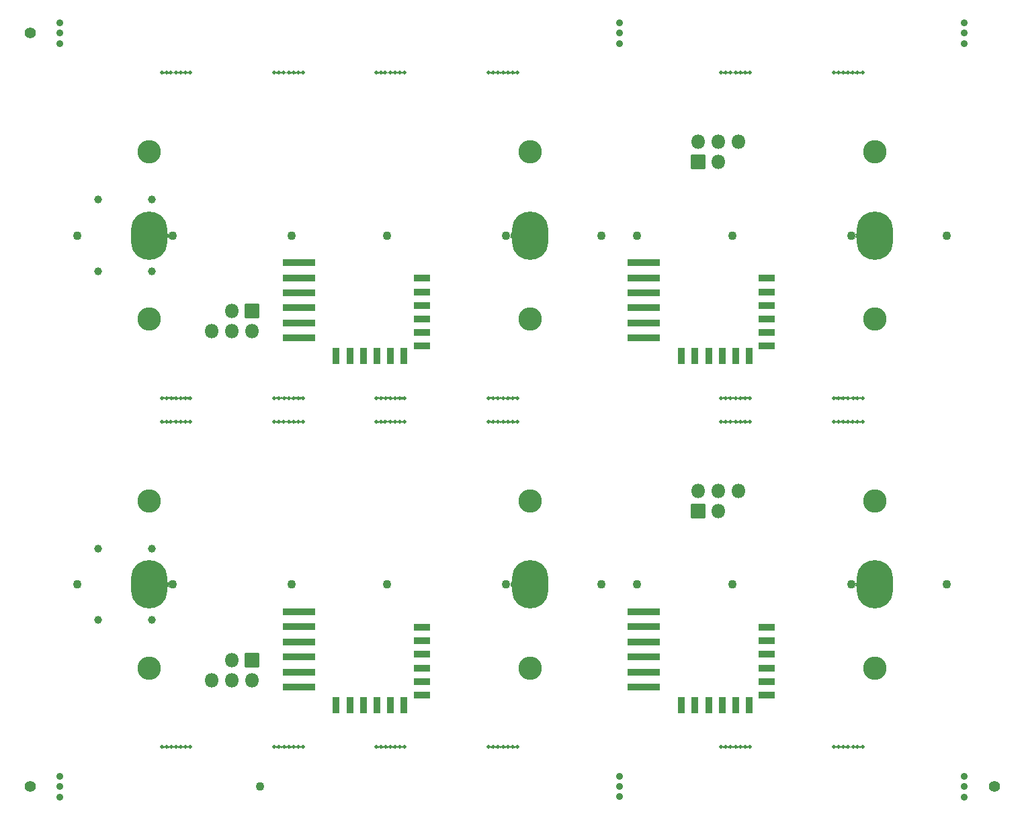
<source format=gbs>
G04 #@! TF.GenerationSoftware,KiCad,Pcbnew,(7.0.0)*
G04 #@! TF.CreationDate,2023-04-30T09:27:40+02:00*
G04 #@! TF.ProjectId,IKEA_Button2,494b4541-5f42-4757-9474-6f6e322e6b69,rev?*
G04 #@! TF.SameCoordinates,Original*
G04 #@! TF.FileFunction,Soldermask,Bot*
G04 #@! TF.FilePolarity,Negative*
%FSLAX46Y46*%
G04 Gerber Fmt 4.6, Leading zero omitted, Abs format (unit mm)*
G04 Created by KiCad (PCBNEW (7.0.0)) date 2023-04-30 09:27:40*
%MOMM*%
%LPD*%
G01*
G04 APERTURE LIST*
G04 Aperture macros list*
%AMRoundRect*
0 Rectangle with rounded corners*
0 $1 Rounding radius*
0 $2 $3 $4 $5 $6 $7 $8 $9 X,Y pos of 4 corners*
0 Add a 4 corners polygon primitive as box body*
4,1,4,$2,$3,$4,$5,$6,$7,$8,$9,$2,$3,0*
0 Add four circle primitives for the rounded corners*
1,1,$1+$1,$2,$3*
1,1,$1+$1,$4,$5*
1,1,$1+$1,$6,$7*
1,1,$1+$1,$8,$9*
0 Add four rect primitives between the rounded corners*
20,1,$1+$1,$2,$3,$4,$5,0*
20,1,$1+$1,$4,$5,$6,$7,0*
20,1,$1+$1,$6,$7,$8,$9,0*
20,1,$1+$1,$8,$9,$2,$3,0*%
G04 Aperture macros list end*
%ADD10C,1.102000*%
%ADD11RoundRect,0.051000X-0.850000X0.850000X-0.850000X-0.850000X0.850000X-0.850000X0.850000X0.850000X0*%
%ADD12O,1.802000X1.802000*%
%ADD13C,0.502000*%
%ADD14C,1.000000*%
%ADD15C,1.402000*%
%ADD16RoundRect,0.051000X0.850000X-0.850000X0.850000X0.850000X-0.850000X0.850000X-0.850000X-0.850000X0*%
%ADD17C,0.902000*%
%ADD18C,2.952000*%
%ADD19O,4.602000X6.102000*%
%ADD20RoundRect,0.051000X1.000000X0.400000X-1.000000X0.400000X-1.000000X-0.400000X1.000000X-0.400000X0*%
%ADD21RoundRect,0.051000X0.400000X-1.000000X0.400000X1.000000X-0.400000X1.000000X-0.400000X-1.000000X0*%
%ADD22RoundRect,0.051000X2.000000X0.400000X-2.000000X0.400000X-2.000000X-0.400000X2.000000X-0.400000X0*%
G04 APERTURE END LIST*
D10*
X131000000Y-41000000D03*
X131000000Y-41000000D03*
D11*
X43500000Y-94525000D03*
D12*
X43499999Y-97064999D03*
X40959999Y-94524999D03*
X40959999Y-97064999D03*
X38419999Y-97064999D03*
D10*
X75500000Y-41000000D03*
D13*
X116800000Y-20500000D03*
X117400000Y-20500000D03*
X117960010Y-20500000D03*
X118600000Y-20500000D03*
X119200000Y-20500000D03*
X119800000Y-20500000D03*
X120400000Y-20500000D03*
X106200000Y-61500000D03*
X105600000Y-61500000D03*
X105039990Y-61500000D03*
X104400000Y-61500000D03*
X103800000Y-61500000D03*
X103200000Y-61500000D03*
X102600000Y-61500000D03*
X62700000Y-61500000D03*
X62100000Y-61500000D03*
X61539990Y-61500000D03*
X60900000Y-61500000D03*
X60300000Y-61500000D03*
X59700000Y-61500000D03*
X59100000Y-61500000D03*
X49900000Y-61500000D03*
X49300000Y-61500000D03*
X48739990Y-61500000D03*
X48100000Y-61500000D03*
X47500000Y-61500000D03*
X46900000Y-61500000D03*
X46300000Y-61500000D03*
D10*
X104000000Y-85000000D03*
D14*
X24100000Y-89500000D03*
X30900000Y-89500000D03*
D13*
X76900000Y-61500000D03*
X76300000Y-61500000D03*
X75739990Y-61500000D03*
X75100000Y-61500000D03*
X74500000Y-61500000D03*
X73900000Y-61500000D03*
X73300000Y-61500000D03*
D15*
X15500000Y-15500000D03*
X15500000Y-15500000D03*
D10*
X87500000Y-85000000D03*
X33500000Y-41000000D03*
D13*
X46300000Y-64500000D03*
X46900000Y-64500000D03*
X47460010Y-64500000D03*
X48100000Y-64500000D03*
X48700000Y-64500000D03*
X49300000Y-64500000D03*
X49900000Y-64500000D03*
D10*
X92000000Y-85000000D03*
D16*
X99710000Y-75750000D03*
D12*
X99709999Y-73209999D03*
X102249999Y-75749999D03*
X102249999Y-73209999D03*
X104789999Y-73209999D03*
D17*
X133250000Y-111780005D03*
X133250000Y-110500000D03*
X133250000Y-110500000D03*
X133250000Y-109219995D03*
X133250000Y-109219995D03*
X89750000Y-111715003D03*
X89750000Y-110434998D03*
X89750000Y-110434998D03*
X89750000Y-109154993D03*
D11*
X43500000Y-50525000D03*
D12*
X43499999Y-53064999D03*
X40959999Y-50524999D03*
X40959999Y-53064999D03*
X38419999Y-53064999D03*
D14*
X30900000Y-36500000D03*
X24100000Y-36500000D03*
D17*
X89750000Y-16780005D03*
X89750000Y-15500000D03*
X89750000Y-14219995D03*
D13*
X32100000Y-20500000D03*
X32700000Y-20500000D03*
X33260010Y-20500000D03*
X33900000Y-20500000D03*
X34500000Y-20500000D03*
X35100000Y-20500000D03*
X35700000Y-20500000D03*
D17*
X133250000Y-16780005D03*
X133250000Y-15500000D03*
X133250000Y-14219995D03*
D13*
X62700000Y-105500000D03*
X62100000Y-105500000D03*
X61539990Y-105500000D03*
X60900000Y-105500000D03*
X60300000Y-105500000D03*
X59700000Y-105500000D03*
X59100000Y-105500000D03*
D10*
X21500000Y-41000000D03*
D13*
X46300000Y-20500000D03*
X46900000Y-20500000D03*
X47460010Y-20500000D03*
X48100000Y-20500000D03*
X48700000Y-20500000D03*
X49300000Y-20500000D03*
X49900000Y-20500000D03*
D10*
X48500000Y-41000000D03*
D13*
X32100000Y-64500000D03*
X32700000Y-64500000D03*
X33260010Y-64500000D03*
X33900000Y-64500000D03*
X34500000Y-64500000D03*
X35100000Y-64500000D03*
X35700000Y-64500000D03*
D10*
X87500000Y-41000000D03*
D13*
X102600000Y-64500000D03*
X103200000Y-64500000D03*
X103760010Y-64500000D03*
X104400000Y-64500000D03*
X105000000Y-64500000D03*
X105600000Y-64500000D03*
X106200000Y-64500000D03*
D17*
X19250000Y-111780005D03*
X19250000Y-110500000D03*
X19250000Y-110500000D03*
X19250000Y-109219995D03*
D13*
X73300000Y-64500000D03*
X73900000Y-64500000D03*
X74460010Y-64500000D03*
X75100000Y-64500000D03*
X75700000Y-64500000D03*
X76300000Y-64500000D03*
X76900000Y-64500000D03*
D14*
X30900000Y-80500000D03*
X24100000Y-80500000D03*
D13*
X116800000Y-64500000D03*
X117400000Y-64500000D03*
X117960010Y-64500000D03*
X118600000Y-64500000D03*
X119200000Y-64500000D03*
X119800000Y-64500000D03*
X120400000Y-64500000D03*
X106200000Y-105500000D03*
X105600000Y-105500000D03*
X105039990Y-105500000D03*
X104400000Y-105500000D03*
X103800000Y-105500000D03*
X103200000Y-105500000D03*
X102600000Y-105500000D03*
X76900000Y-105500000D03*
X76300000Y-105500000D03*
X75739990Y-105500000D03*
X75100000Y-105500000D03*
X74500000Y-105500000D03*
X73900000Y-105500000D03*
X73300000Y-105500000D03*
D10*
X104000000Y-41000000D03*
X75500000Y-85000000D03*
X33500000Y-85000000D03*
X119000000Y-85000000D03*
D13*
X49900000Y-105500000D03*
X49300000Y-105500000D03*
X48739990Y-105500000D03*
X48100000Y-105500000D03*
X47500000Y-105500000D03*
X46900000Y-105500000D03*
X46300000Y-105500000D03*
D15*
X15500000Y-110500000D03*
X15500000Y-110500000D03*
D14*
X24100000Y-45500000D03*
X30900000Y-45500000D03*
D10*
X48500000Y-85000000D03*
X60500000Y-41000000D03*
X92000000Y-41000000D03*
D13*
X120400000Y-105500000D03*
X119800000Y-105500000D03*
X119239990Y-105500000D03*
X118600000Y-105500000D03*
X118000000Y-105500000D03*
X117400000Y-105500000D03*
X116800000Y-105500000D03*
X102600000Y-20500000D03*
X103200000Y-20500000D03*
X103760010Y-20500000D03*
X104400000Y-20500000D03*
X105000000Y-20500000D03*
X105600000Y-20500000D03*
X106200000Y-20500000D03*
D10*
X60500000Y-85000000D03*
X131000000Y-85000000D03*
D13*
X59100000Y-64500000D03*
X59700000Y-64500000D03*
X60260010Y-64500000D03*
X60900000Y-64500000D03*
X61500000Y-64500000D03*
X62100000Y-64500000D03*
X62700000Y-64500000D03*
X35700000Y-105500000D03*
X35100000Y-105500000D03*
X34539990Y-105500000D03*
X33900000Y-105500000D03*
X33300000Y-105500000D03*
X32700000Y-105500000D03*
X32100000Y-105500000D03*
X59100000Y-20500000D03*
X59700000Y-20500000D03*
X60260010Y-20500000D03*
X60900000Y-20500000D03*
X61500000Y-20500000D03*
X62100000Y-20500000D03*
X62700000Y-20500000D03*
X35700000Y-61500000D03*
X35100000Y-61500000D03*
X34539990Y-61500000D03*
X33900000Y-61500000D03*
X33300000Y-61500000D03*
X32700000Y-61500000D03*
X32100000Y-61500000D03*
D10*
X44500000Y-110500000D03*
D13*
X73300000Y-20500000D03*
X73900000Y-20500000D03*
X74460010Y-20500000D03*
X75100000Y-20500000D03*
X75700000Y-20500000D03*
X76300000Y-20500000D03*
X76900000Y-20500000D03*
X120400000Y-61500000D03*
X119800000Y-61500000D03*
X119239990Y-61500000D03*
X118600000Y-61500000D03*
X118000000Y-61500000D03*
X117400000Y-61500000D03*
X116800000Y-61500000D03*
D10*
X119000000Y-41000000D03*
D16*
X99710000Y-31750000D03*
D12*
X99709999Y-29209999D03*
X102249999Y-31749999D03*
X102249999Y-29209999D03*
X104789999Y-29209999D03*
D15*
X137000000Y-110500000D03*
X137000000Y-110500000D03*
D17*
X19250000Y-16780005D03*
X19250000Y-15500000D03*
X19250000Y-15500000D03*
X19250000Y-14219995D03*
D10*
X21500000Y-85000000D03*
D18*
X78500000Y-95565000D03*
X78500000Y-74435000D03*
D19*
X78499999Y-84999999D03*
D20*
X64867000Y-90398000D03*
X64867000Y-92108000D03*
X64867000Y-93818000D03*
X64867000Y-95528000D03*
X64867000Y-97238000D03*
X64867000Y-98948000D03*
D21*
X62637000Y-100178000D03*
X60927000Y-100178000D03*
X59217000Y-100178000D03*
X57507000Y-100178000D03*
X55797000Y-100178000D03*
X54087000Y-100178000D03*
D22*
X49367000Y-97928000D03*
X49367000Y-96028000D03*
X49367000Y-94128000D03*
X49367000Y-92228000D03*
X49367000Y-90328000D03*
X49367000Y-88428000D03*
D20*
X64867000Y-46398000D03*
X64867000Y-48108000D03*
X64867000Y-49818000D03*
X64867000Y-51528000D03*
X64867000Y-53238000D03*
X64867000Y-54948000D03*
D21*
X62637000Y-56178000D03*
X60927000Y-56178000D03*
X59217000Y-56178000D03*
X57507000Y-56178000D03*
X55797000Y-56178000D03*
X54087000Y-56178000D03*
D22*
X49367000Y-53928000D03*
X49367000Y-52028000D03*
X49367000Y-50128000D03*
X49367000Y-48228000D03*
X49367000Y-46328000D03*
X49367000Y-44428000D03*
D20*
X108367000Y-90398000D03*
X108367000Y-92108000D03*
X108367000Y-93818000D03*
X108367000Y-95528000D03*
X108367000Y-97238000D03*
X108367000Y-98948000D03*
D21*
X106137000Y-100178000D03*
X104427000Y-100178000D03*
X102717000Y-100178000D03*
X101007000Y-100178000D03*
X99297000Y-100178000D03*
X97587000Y-100178000D03*
D22*
X92867000Y-97928000D03*
X92867000Y-96028000D03*
X92867000Y-94128000D03*
X92867000Y-92228000D03*
X92867000Y-90328000D03*
X92867000Y-88428000D03*
D20*
X108367000Y-46398000D03*
X108367000Y-48108000D03*
X108367000Y-49818000D03*
X108367000Y-51528000D03*
X108367000Y-53238000D03*
X108367000Y-54948000D03*
D21*
X106137000Y-56178000D03*
X104427000Y-56178000D03*
X102717000Y-56178000D03*
X101007000Y-56178000D03*
X99297000Y-56178000D03*
X97587000Y-56178000D03*
D22*
X92867000Y-53928000D03*
X92867000Y-52028000D03*
X92867000Y-50128000D03*
X92867000Y-48228000D03*
X92867000Y-46328000D03*
X92867000Y-44428000D03*
D18*
X78500000Y-51565000D03*
X78500000Y-30435000D03*
D19*
X78499999Y-40999999D03*
D18*
X122000000Y-95565000D03*
X122000000Y-74435000D03*
D19*
X121999999Y-84999999D03*
D18*
X30500000Y-74435000D03*
X30500000Y-95565000D03*
D19*
X30499999Y-84999999D03*
D18*
X30500000Y-30435000D03*
X30500000Y-51565000D03*
D19*
X30499999Y-40999999D03*
D18*
X122000000Y-51565000D03*
X122000000Y-30435000D03*
D19*
X121999999Y-40999999D03*
G36*
X120211180Y-105341480D02*
G01*
X120210995Y-105343356D01*
X120169990Y-105404725D01*
X120151039Y-105499999D01*
X120169990Y-105595274D01*
X120210995Y-105656642D01*
X120211180Y-105658518D01*
X120209722Y-105659715D01*
X120207918Y-105659167D01*
X120187160Y-105638409D01*
X120131816Y-105606457D01*
X120068184Y-105606457D01*
X120012839Y-105638409D01*
X119992082Y-105659166D01*
X119990278Y-105659714D01*
X119988820Y-105658517D01*
X119989005Y-105656641D01*
X120030009Y-105595274D01*
X120048960Y-105500000D01*
X120030009Y-105404725D01*
X119989004Y-105343357D01*
X119988819Y-105341481D01*
X119990277Y-105340284D01*
X119992081Y-105340832D01*
X120012839Y-105361590D01*
X120068184Y-105393543D01*
X120131816Y-105393543D01*
X120187160Y-105361590D01*
X120207918Y-105340831D01*
X120209722Y-105340283D01*
X120211180Y-105341480D01*
G37*
G36*
X119611180Y-105341480D02*
G01*
X119610995Y-105343357D01*
X119569990Y-105404725D01*
X119551039Y-105499999D01*
X119569990Y-105595274D01*
X119610995Y-105656642D01*
X119611180Y-105658518D01*
X119609722Y-105659715D01*
X119607918Y-105659167D01*
X119607155Y-105658404D01*
X119551811Y-105626452D01*
X119488179Y-105626452D01*
X119432833Y-105658405D01*
X119432070Y-105659168D01*
X119430266Y-105659714D01*
X119428809Y-105658518D01*
X119428994Y-105656642D01*
X119469999Y-105595274D01*
X119488950Y-105500000D01*
X119469999Y-105404725D01*
X119428994Y-105343357D01*
X119428809Y-105341481D01*
X119430267Y-105340284D01*
X119432071Y-105340832D01*
X119432834Y-105341595D01*
X119488179Y-105373548D01*
X119551811Y-105373548D01*
X119607155Y-105341595D01*
X119607917Y-105340833D01*
X119609721Y-105340284D01*
X119611180Y-105341480D01*
G37*
G36*
X119051172Y-105341478D02*
G01*
X119050987Y-105343354D01*
X119009980Y-105404725D01*
X118991029Y-105499999D01*
X119009980Y-105595274D01*
X119050985Y-105656642D01*
X119051170Y-105658518D01*
X119049712Y-105659715D01*
X119047908Y-105659167D01*
X119036773Y-105648032D01*
X119036405Y-105647526D01*
X119029715Y-105634396D01*
X118984220Y-105585179D01*
X118919995Y-105567066D01*
X118855769Y-105585179D01*
X118810274Y-105634396D01*
X118803584Y-105647526D01*
X118803216Y-105648032D01*
X118792083Y-105659164D01*
X118790279Y-105659712D01*
X118788821Y-105658515D01*
X118789006Y-105656639D01*
X118830009Y-105595274D01*
X118848960Y-105500000D01*
X118830009Y-105404725D01*
X118789004Y-105343357D01*
X118788819Y-105341481D01*
X118790277Y-105340284D01*
X118792081Y-105340832D01*
X118803218Y-105351969D01*
X118803586Y-105352475D01*
X118810275Y-105365603D01*
X118855769Y-105414819D01*
X118919995Y-105432932D01*
X118984220Y-105414819D01*
X119029714Y-105365603D01*
X119036403Y-105352475D01*
X119036771Y-105351969D01*
X119047910Y-105340829D01*
X119049714Y-105340281D01*
X119051172Y-105341478D01*
G37*
G36*
X118411180Y-105341480D02*
G01*
X118410995Y-105343356D01*
X118369990Y-105404725D01*
X118351039Y-105499999D01*
X118369990Y-105595274D01*
X118410995Y-105656642D01*
X118411180Y-105658518D01*
X118409722Y-105659715D01*
X118407918Y-105659167D01*
X118387160Y-105638409D01*
X118331816Y-105606457D01*
X118268184Y-105606457D01*
X118212839Y-105638409D01*
X118192082Y-105659166D01*
X118190278Y-105659714D01*
X118188820Y-105658517D01*
X118189005Y-105656641D01*
X118230009Y-105595274D01*
X118248960Y-105500000D01*
X118230009Y-105404725D01*
X118189004Y-105343357D01*
X118188819Y-105341481D01*
X118190277Y-105340284D01*
X118192081Y-105340832D01*
X118212839Y-105361590D01*
X118268184Y-105393543D01*
X118331816Y-105393543D01*
X118387160Y-105361590D01*
X118407918Y-105340831D01*
X118409722Y-105340283D01*
X118411180Y-105341480D01*
G37*
G36*
X117811180Y-105341480D02*
G01*
X117810995Y-105343356D01*
X117769990Y-105404725D01*
X117751039Y-105499999D01*
X117769990Y-105595274D01*
X117810995Y-105656642D01*
X117811180Y-105658518D01*
X117809722Y-105659715D01*
X117807918Y-105659167D01*
X117787160Y-105638409D01*
X117731816Y-105606457D01*
X117668184Y-105606457D01*
X117612839Y-105638409D01*
X117592082Y-105659166D01*
X117590278Y-105659714D01*
X117588820Y-105658517D01*
X117589005Y-105656641D01*
X117630009Y-105595274D01*
X117648960Y-105500000D01*
X117630009Y-105404725D01*
X117589004Y-105343357D01*
X117588819Y-105341481D01*
X117590277Y-105340284D01*
X117592081Y-105340832D01*
X117612839Y-105361590D01*
X117668184Y-105393543D01*
X117731816Y-105393543D01*
X117787160Y-105361590D01*
X117807918Y-105340831D01*
X117809722Y-105340283D01*
X117811180Y-105341480D01*
G37*
G36*
X117211180Y-105341480D02*
G01*
X117210995Y-105343356D01*
X117169990Y-105404725D01*
X117151039Y-105499999D01*
X117169990Y-105595274D01*
X117210995Y-105656642D01*
X117211180Y-105658518D01*
X117209722Y-105659715D01*
X117207918Y-105659167D01*
X117187160Y-105638409D01*
X117131816Y-105606457D01*
X117068184Y-105606457D01*
X117012839Y-105638409D01*
X116992082Y-105659166D01*
X116990278Y-105659714D01*
X116988820Y-105658517D01*
X116989005Y-105656641D01*
X117030009Y-105595274D01*
X117048960Y-105500000D01*
X117030009Y-105404725D01*
X116989004Y-105343357D01*
X116988819Y-105341481D01*
X116990277Y-105340284D01*
X116992081Y-105340832D01*
X117012839Y-105361590D01*
X117068184Y-105393543D01*
X117131816Y-105393543D01*
X117187160Y-105361590D01*
X117207918Y-105340831D01*
X117209722Y-105340283D01*
X117211180Y-105341480D01*
G37*
G36*
X106011180Y-105341480D02*
G01*
X106010995Y-105343356D01*
X105969990Y-105404725D01*
X105951039Y-105500000D01*
X105969990Y-105595274D01*
X106010995Y-105656642D01*
X106011180Y-105658518D01*
X106009722Y-105659715D01*
X106007918Y-105659167D01*
X105987160Y-105638409D01*
X105931816Y-105606457D01*
X105868184Y-105606457D01*
X105812839Y-105638409D01*
X105792082Y-105659166D01*
X105790278Y-105659714D01*
X105788820Y-105658517D01*
X105789005Y-105656641D01*
X105830009Y-105595274D01*
X105848960Y-105500000D01*
X105830009Y-105404725D01*
X105789004Y-105343357D01*
X105788819Y-105341481D01*
X105790277Y-105340284D01*
X105792081Y-105340832D01*
X105812839Y-105361590D01*
X105868184Y-105393543D01*
X105931816Y-105393543D01*
X105987160Y-105361590D01*
X106007918Y-105340831D01*
X106009722Y-105340283D01*
X106011180Y-105341480D01*
G37*
G36*
X105411180Y-105341480D02*
G01*
X105410995Y-105343357D01*
X105369990Y-105404725D01*
X105351039Y-105500000D01*
X105369990Y-105595274D01*
X105410995Y-105656642D01*
X105411180Y-105658518D01*
X105409722Y-105659715D01*
X105407918Y-105659167D01*
X105407155Y-105658404D01*
X105351811Y-105626452D01*
X105288179Y-105626452D01*
X105232833Y-105658405D01*
X105232070Y-105659168D01*
X105230266Y-105659714D01*
X105228809Y-105658518D01*
X105228994Y-105656642D01*
X105269999Y-105595274D01*
X105288950Y-105500000D01*
X105269999Y-105404725D01*
X105228994Y-105343357D01*
X105228809Y-105341481D01*
X105230267Y-105340284D01*
X105232071Y-105340832D01*
X105232834Y-105341595D01*
X105288179Y-105373548D01*
X105351811Y-105373548D01*
X105407155Y-105341595D01*
X105407917Y-105340833D01*
X105409721Y-105340284D01*
X105411180Y-105341480D01*
G37*
G36*
X104851172Y-105341478D02*
G01*
X104850987Y-105343354D01*
X104809980Y-105404725D01*
X104791029Y-105500000D01*
X104809980Y-105595274D01*
X104850985Y-105656642D01*
X104851170Y-105658518D01*
X104849712Y-105659715D01*
X104847908Y-105659167D01*
X104836773Y-105648032D01*
X104836405Y-105647526D01*
X104829715Y-105634396D01*
X104784220Y-105585179D01*
X104719995Y-105567066D01*
X104655769Y-105585179D01*
X104610274Y-105634396D01*
X104603584Y-105647526D01*
X104603216Y-105648032D01*
X104592083Y-105659164D01*
X104590279Y-105659712D01*
X104588821Y-105658515D01*
X104589006Y-105656639D01*
X104630009Y-105595274D01*
X104648960Y-105500000D01*
X104630009Y-105404725D01*
X104589004Y-105343357D01*
X104588819Y-105341481D01*
X104590277Y-105340284D01*
X104592081Y-105340832D01*
X104603218Y-105351969D01*
X104603586Y-105352475D01*
X104610275Y-105365603D01*
X104655769Y-105414819D01*
X104719995Y-105432932D01*
X104784220Y-105414819D01*
X104829714Y-105365603D01*
X104836403Y-105352475D01*
X104836771Y-105351969D01*
X104847910Y-105340829D01*
X104849714Y-105340281D01*
X104851172Y-105341478D01*
G37*
G36*
X104211180Y-105341480D02*
G01*
X104210995Y-105343356D01*
X104169990Y-105404725D01*
X104151039Y-105500000D01*
X104169990Y-105595274D01*
X104210995Y-105656642D01*
X104211180Y-105658518D01*
X104209722Y-105659715D01*
X104207918Y-105659167D01*
X104187160Y-105638409D01*
X104131816Y-105606457D01*
X104068184Y-105606457D01*
X104012839Y-105638409D01*
X103992082Y-105659166D01*
X103990278Y-105659714D01*
X103988820Y-105658517D01*
X103989005Y-105656641D01*
X104030009Y-105595274D01*
X104048960Y-105500000D01*
X104030009Y-105404725D01*
X103989004Y-105343357D01*
X103988819Y-105341481D01*
X103990277Y-105340284D01*
X103992081Y-105340832D01*
X104012839Y-105361590D01*
X104068184Y-105393543D01*
X104131816Y-105393543D01*
X104187160Y-105361590D01*
X104207918Y-105340831D01*
X104209722Y-105340283D01*
X104211180Y-105341480D01*
G37*
G36*
X103611180Y-105341480D02*
G01*
X103610995Y-105343356D01*
X103569990Y-105404725D01*
X103551039Y-105500000D01*
X103569990Y-105595274D01*
X103610995Y-105656642D01*
X103611180Y-105658518D01*
X103609722Y-105659715D01*
X103607918Y-105659167D01*
X103587160Y-105638409D01*
X103531816Y-105606457D01*
X103468184Y-105606457D01*
X103412839Y-105638409D01*
X103392082Y-105659166D01*
X103390278Y-105659714D01*
X103388820Y-105658517D01*
X103389005Y-105656641D01*
X103430009Y-105595274D01*
X103448960Y-105500000D01*
X103430009Y-105404725D01*
X103389004Y-105343357D01*
X103388819Y-105341481D01*
X103390277Y-105340284D01*
X103392081Y-105340832D01*
X103412839Y-105361590D01*
X103468184Y-105393543D01*
X103531816Y-105393543D01*
X103587160Y-105361590D01*
X103607918Y-105340831D01*
X103609722Y-105340283D01*
X103611180Y-105341480D01*
G37*
G36*
X103011180Y-105341480D02*
G01*
X103010995Y-105343356D01*
X102969990Y-105404725D01*
X102951039Y-105500000D01*
X102969990Y-105595274D01*
X103010995Y-105656642D01*
X103011180Y-105658518D01*
X103009722Y-105659715D01*
X103007918Y-105659167D01*
X102987160Y-105638409D01*
X102931816Y-105606457D01*
X102868184Y-105606457D01*
X102812839Y-105638409D01*
X102792082Y-105659166D01*
X102790278Y-105659714D01*
X102788820Y-105658517D01*
X102789005Y-105656641D01*
X102830009Y-105595274D01*
X102848960Y-105500000D01*
X102830009Y-105404725D01*
X102789004Y-105343357D01*
X102788819Y-105341481D01*
X102790277Y-105340284D01*
X102792081Y-105340832D01*
X102812839Y-105361590D01*
X102868184Y-105393543D01*
X102931816Y-105393543D01*
X102987160Y-105361590D01*
X103007918Y-105340831D01*
X103009722Y-105340283D01*
X103011180Y-105341480D01*
G37*
G36*
X76711180Y-105341480D02*
G01*
X76710995Y-105343356D01*
X76669990Y-105404725D01*
X76651039Y-105500000D01*
X76669990Y-105595274D01*
X76710995Y-105656642D01*
X76711180Y-105658518D01*
X76709722Y-105659715D01*
X76707918Y-105659167D01*
X76687160Y-105638409D01*
X76631816Y-105606457D01*
X76568184Y-105606457D01*
X76512839Y-105638409D01*
X76492082Y-105659166D01*
X76490278Y-105659714D01*
X76488820Y-105658517D01*
X76489005Y-105656641D01*
X76530009Y-105595274D01*
X76548960Y-105500000D01*
X76530009Y-105404725D01*
X76489004Y-105343357D01*
X76488819Y-105341481D01*
X76490277Y-105340284D01*
X76492081Y-105340832D01*
X76512839Y-105361590D01*
X76568184Y-105393543D01*
X76631816Y-105393543D01*
X76687160Y-105361590D01*
X76707918Y-105340831D01*
X76709722Y-105340283D01*
X76711180Y-105341480D01*
G37*
G36*
X76111180Y-105341480D02*
G01*
X76110995Y-105343357D01*
X76069990Y-105404725D01*
X76051039Y-105500000D01*
X76069990Y-105595274D01*
X76110995Y-105656642D01*
X76111180Y-105658518D01*
X76109722Y-105659715D01*
X76107918Y-105659167D01*
X76107155Y-105658404D01*
X76051811Y-105626452D01*
X75988179Y-105626452D01*
X75932833Y-105658405D01*
X75932070Y-105659168D01*
X75930266Y-105659714D01*
X75928809Y-105658518D01*
X75928994Y-105656642D01*
X75969999Y-105595274D01*
X75988950Y-105500000D01*
X75969999Y-105404725D01*
X75928994Y-105343357D01*
X75928809Y-105341481D01*
X75930267Y-105340284D01*
X75932071Y-105340832D01*
X75932834Y-105341595D01*
X75988179Y-105373548D01*
X76051811Y-105373548D01*
X76107155Y-105341595D01*
X76107917Y-105340833D01*
X76109721Y-105340284D01*
X76111180Y-105341480D01*
G37*
G36*
X75551172Y-105341478D02*
G01*
X75550987Y-105343354D01*
X75509980Y-105404725D01*
X75491029Y-105500000D01*
X75509980Y-105595274D01*
X75550985Y-105656642D01*
X75551170Y-105658518D01*
X75549712Y-105659715D01*
X75547908Y-105659167D01*
X75536773Y-105648032D01*
X75536405Y-105647526D01*
X75529715Y-105634396D01*
X75484220Y-105585179D01*
X75419995Y-105567066D01*
X75355769Y-105585179D01*
X75310274Y-105634396D01*
X75303584Y-105647526D01*
X75303216Y-105648032D01*
X75292083Y-105659164D01*
X75290279Y-105659712D01*
X75288821Y-105658515D01*
X75289006Y-105656639D01*
X75330009Y-105595274D01*
X75348960Y-105500000D01*
X75330009Y-105404725D01*
X75289004Y-105343357D01*
X75288819Y-105341481D01*
X75290277Y-105340284D01*
X75292081Y-105340832D01*
X75303218Y-105351969D01*
X75303586Y-105352475D01*
X75310275Y-105365603D01*
X75355769Y-105414819D01*
X75419995Y-105432932D01*
X75484220Y-105414819D01*
X75529714Y-105365603D01*
X75536403Y-105352475D01*
X75536771Y-105351969D01*
X75547910Y-105340829D01*
X75549714Y-105340281D01*
X75551172Y-105341478D01*
G37*
G36*
X74911180Y-105341480D02*
G01*
X74910995Y-105343356D01*
X74869990Y-105404725D01*
X74851039Y-105500000D01*
X74869990Y-105595274D01*
X74910995Y-105656642D01*
X74911180Y-105658518D01*
X74909722Y-105659715D01*
X74907918Y-105659167D01*
X74887160Y-105638409D01*
X74831816Y-105606457D01*
X74768184Y-105606457D01*
X74712839Y-105638409D01*
X74692082Y-105659166D01*
X74690278Y-105659714D01*
X74688820Y-105658517D01*
X74689005Y-105656641D01*
X74730009Y-105595274D01*
X74748960Y-105500000D01*
X74730009Y-105404725D01*
X74689004Y-105343357D01*
X74688819Y-105341481D01*
X74690277Y-105340284D01*
X74692081Y-105340832D01*
X74712839Y-105361590D01*
X74768184Y-105393543D01*
X74831816Y-105393543D01*
X74887160Y-105361590D01*
X74907918Y-105340831D01*
X74909722Y-105340283D01*
X74911180Y-105341480D01*
G37*
G36*
X74311180Y-105341480D02*
G01*
X74310995Y-105343356D01*
X74269990Y-105404725D01*
X74251039Y-105500000D01*
X74269990Y-105595274D01*
X74310995Y-105656642D01*
X74311180Y-105658518D01*
X74309722Y-105659715D01*
X74307918Y-105659167D01*
X74287160Y-105638409D01*
X74231816Y-105606457D01*
X74168184Y-105606457D01*
X74112839Y-105638409D01*
X74092082Y-105659166D01*
X74090278Y-105659714D01*
X74088820Y-105658517D01*
X74089005Y-105656641D01*
X74130009Y-105595274D01*
X74148960Y-105500000D01*
X74130009Y-105404725D01*
X74089004Y-105343357D01*
X74088819Y-105341481D01*
X74090277Y-105340284D01*
X74092081Y-105340832D01*
X74112839Y-105361590D01*
X74168184Y-105393543D01*
X74231816Y-105393543D01*
X74287160Y-105361590D01*
X74307918Y-105340831D01*
X74309722Y-105340283D01*
X74311180Y-105341480D01*
G37*
G36*
X73711180Y-105341480D02*
G01*
X73710995Y-105343356D01*
X73669990Y-105404725D01*
X73651039Y-105500000D01*
X73669990Y-105595274D01*
X73710995Y-105656642D01*
X73711180Y-105658518D01*
X73709722Y-105659715D01*
X73707918Y-105659167D01*
X73687160Y-105638409D01*
X73631816Y-105606457D01*
X73568184Y-105606457D01*
X73512839Y-105638409D01*
X73492082Y-105659166D01*
X73490278Y-105659714D01*
X73488820Y-105658517D01*
X73489005Y-105656641D01*
X73530009Y-105595274D01*
X73548960Y-105500000D01*
X73530009Y-105404725D01*
X73489004Y-105343357D01*
X73488819Y-105341481D01*
X73490277Y-105340284D01*
X73492081Y-105340832D01*
X73512839Y-105361590D01*
X73568184Y-105393543D01*
X73631816Y-105393543D01*
X73687160Y-105361590D01*
X73707918Y-105340831D01*
X73709722Y-105340283D01*
X73711180Y-105341480D01*
G37*
G36*
X62511180Y-105341480D02*
G01*
X62510995Y-105343356D01*
X62469990Y-105404725D01*
X62451039Y-105500000D01*
X62469990Y-105595274D01*
X62510995Y-105656642D01*
X62511180Y-105658518D01*
X62509722Y-105659715D01*
X62507918Y-105659167D01*
X62487160Y-105638409D01*
X62431816Y-105606457D01*
X62368184Y-105606457D01*
X62312839Y-105638409D01*
X62292082Y-105659166D01*
X62290278Y-105659714D01*
X62288820Y-105658517D01*
X62289005Y-105656641D01*
X62330009Y-105595274D01*
X62348960Y-105500000D01*
X62330009Y-105404725D01*
X62289004Y-105343357D01*
X62288819Y-105341481D01*
X62290277Y-105340284D01*
X62292081Y-105340832D01*
X62312839Y-105361590D01*
X62368184Y-105393543D01*
X62431816Y-105393543D01*
X62487160Y-105361590D01*
X62507918Y-105340831D01*
X62509722Y-105340283D01*
X62511180Y-105341480D01*
G37*
G36*
X61911180Y-105341480D02*
G01*
X61910995Y-105343357D01*
X61869990Y-105404725D01*
X61851039Y-105500000D01*
X61869990Y-105595274D01*
X61910995Y-105656642D01*
X61911180Y-105658518D01*
X61909722Y-105659715D01*
X61907918Y-105659167D01*
X61907155Y-105658404D01*
X61851811Y-105626452D01*
X61788179Y-105626452D01*
X61732833Y-105658405D01*
X61732070Y-105659168D01*
X61730266Y-105659714D01*
X61728809Y-105658518D01*
X61728994Y-105656642D01*
X61769999Y-105595274D01*
X61788950Y-105500000D01*
X61769999Y-105404725D01*
X61728994Y-105343357D01*
X61728809Y-105341481D01*
X61730267Y-105340284D01*
X61732071Y-105340832D01*
X61732834Y-105341595D01*
X61788179Y-105373548D01*
X61851811Y-105373548D01*
X61907155Y-105341595D01*
X61907917Y-105340833D01*
X61909721Y-105340284D01*
X61911180Y-105341480D01*
G37*
G36*
X61351172Y-105341478D02*
G01*
X61350987Y-105343354D01*
X61309980Y-105404725D01*
X61291029Y-105500000D01*
X61309980Y-105595274D01*
X61350985Y-105656642D01*
X61351170Y-105658518D01*
X61349712Y-105659715D01*
X61347908Y-105659167D01*
X61336773Y-105648032D01*
X61336405Y-105647526D01*
X61329715Y-105634396D01*
X61284220Y-105585179D01*
X61219995Y-105567066D01*
X61155769Y-105585179D01*
X61110274Y-105634396D01*
X61103584Y-105647526D01*
X61103216Y-105648032D01*
X61092083Y-105659164D01*
X61090279Y-105659712D01*
X61088821Y-105658515D01*
X61089006Y-105656639D01*
X61130009Y-105595274D01*
X61148960Y-105500000D01*
X61130009Y-105404725D01*
X61089004Y-105343357D01*
X61088819Y-105341481D01*
X61090277Y-105340284D01*
X61092081Y-105340832D01*
X61103217Y-105351968D01*
X61103585Y-105352474D01*
X61110273Y-105365601D01*
X61155766Y-105414818D01*
X61219991Y-105432932D01*
X61284216Y-105414821D01*
X61329711Y-105365606D01*
X61336401Y-105352477D01*
X61336769Y-105351971D01*
X61347910Y-105340829D01*
X61349714Y-105340281D01*
X61351172Y-105341478D01*
G37*
G36*
X60711180Y-105341480D02*
G01*
X60710995Y-105343356D01*
X60669990Y-105404725D01*
X60651039Y-105500000D01*
X60669990Y-105595274D01*
X60710995Y-105656642D01*
X60711180Y-105658518D01*
X60709722Y-105659715D01*
X60707918Y-105659167D01*
X60687160Y-105638409D01*
X60631816Y-105606457D01*
X60568184Y-105606457D01*
X60512839Y-105638409D01*
X60492082Y-105659166D01*
X60490278Y-105659714D01*
X60488820Y-105658517D01*
X60489005Y-105656641D01*
X60530009Y-105595274D01*
X60548960Y-105500000D01*
X60530009Y-105404725D01*
X60489004Y-105343357D01*
X60488819Y-105341481D01*
X60490277Y-105340284D01*
X60492081Y-105340832D01*
X60512839Y-105361590D01*
X60568184Y-105393543D01*
X60631816Y-105393543D01*
X60687160Y-105361590D01*
X60707918Y-105340831D01*
X60709722Y-105340283D01*
X60711180Y-105341480D01*
G37*
G36*
X60111180Y-105341480D02*
G01*
X60110995Y-105343356D01*
X60069990Y-105404725D01*
X60051039Y-105500000D01*
X60069990Y-105595274D01*
X60110995Y-105656642D01*
X60111180Y-105658518D01*
X60109722Y-105659715D01*
X60107918Y-105659167D01*
X60087160Y-105638409D01*
X60031816Y-105606457D01*
X59968184Y-105606457D01*
X59912839Y-105638409D01*
X59892082Y-105659166D01*
X59890278Y-105659714D01*
X59888820Y-105658517D01*
X59889005Y-105656641D01*
X59930009Y-105595274D01*
X59948960Y-105500000D01*
X59930009Y-105404725D01*
X59889004Y-105343357D01*
X59888819Y-105341481D01*
X59890277Y-105340284D01*
X59892081Y-105340832D01*
X59912839Y-105361590D01*
X59968184Y-105393543D01*
X60031816Y-105393543D01*
X60087160Y-105361590D01*
X60107918Y-105340831D01*
X60109722Y-105340283D01*
X60111180Y-105341480D01*
G37*
G36*
X59511180Y-105341480D02*
G01*
X59510995Y-105343356D01*
X59469990Y-105404725D01*
X59451039Y-105500000D01*
X59469990Y-105595274D01*
X59510995Y-105656642D01*
X59511180Y-105658518D01*
X59509722Y-105659715D01*
X59507918Y-105659167D01*
X59487160Y-105638409D01*
X59431816Y-105606457D01*
X59368184Y-105606457D01*
X59312839Y-105638409D01*
X59292082Y-105659166D01*
X59290278Y-105659714D01*
X59288820Y-105658517D01*
X59289005Y-105656641D01*
X59330009Y-105595274D01*
X59348960Y-105500000D01*
X59330009Y-105404725D01*
X59289004Y-105343357D01*
X59288819Y-105341481D01*
X59290277Y-105340284D01*
X59292081Y-105340832D01*
X59312839Y-105361590D01*
X59368184Y-105393543D01*
X59431816Y-105393543D01*
X59487160Y-105361590D01*
X59507918Y-105340831D01*
X59509722Y-105340283D01*
X59511180Y-105341480D01*
G37*
G36*
X49711180Y-105341480D02*
G01*
X49710995Y-105343356D01*
X49669990Y-105404725D01*
X49651039Y-105500000D01*
X49669990Y-105595274D01*
X49710995Y-105656642D01*
X49711180Y-105658518D01*
X49709722Y-105659715D01*
X49707918Y-105659167D01*
X49687160Y-105638409D01*
X49631816Y-105606457D01*
X49568184Y-105606457D01*
X49512839Y-105638409D01*
X49492082Y-105659166D01*
X49490278Y-105659714D01*
X49488820Y-105658517D01*
X49489005Y-105656641D01*
X49530009Y-105595274D01*
X49548960Y-105500000D01*
X49530009Y-105404725D01*
X49489004Y-105343357D01*
X49488819Y-105341481D01*
X49490277Y-105340284D01*
X49492081Y-105340832D01*
X49512839Y-105361590D01*
X49568184Y-105393543D01*
X49631816Y-105393543D01*
X49687160Y-105361590D01*
X49707918Y-105340831D01*
X49709722Y-105340283D01*
X49711180Y-105341480D01*
G37*
G36*
X49111180Y-105341480D02*
G01*
X49110995Y-105343357D01*
X49069990Y-105404725D01*
X49051039Y-105500000D01*
X49069990Y-105595274D01*
X49110995Y-105656642D01*
X49111180Y-105658518D01*
X49109722Y-105659715D01*
X49107918Y-105659167D01*
X49107155Y-105658404D01*
X49051811Y-105626452D01*
X48988179Y-105626452D01*
X48932833Y-105658405D01*
X48932070Y-105659168D01*
X48930266Y-105659714D01*
X48928809Y-105658518D01*
X48928994Y-105656642D01*
X48969999Y-105595274D01*
X48988950Y-105500000D01*
X48969999Y-105404725D01*
X48928994Y-105343357D01*
X48928809Y-105341481D01*
X48930267Y-105340284D01*
X48932071Y-105340832D01*
X48932834Y-105341595D01*
X48988179Y-105373548D01*
X49051811Y-105373548D01*
X49107155Y-105341595D01*
X49107917Y-105340833D01*
X49109721Y-105340284D01*
X49111180Y-105341480D01*
G37*
G36*
X48551172Y-105341478D02*
G01*
X48550987Y-105343354D01*
X48509980Y-105404725D01*
X48491029Y-105500000D01*
X48509980Y-105595274D01*
X48550985Y-105656642D01*
X48551170Y-105658518D01*
X48549712Y-105659715D01*
X48547908Y-105659167D01*
X48536773Y-105648032D01*
X48536405Y-105647526D01*
X48529715Y-105634396D01*
X48484220Y-105585179D01*
X48419995Y-105567066D01*
X48355769Y-105585179D01*
X48310274Y-105634396D01*
X48303584Y-105647526D01*
X48303216Y-105648032D01*
X48292083Y-105659164D01*
X48290279Y-105659712D01*
X48288821Y-105658515D01*
X48289006Y-105656639D01*
X48330009Y-105595274D01*
X48348960Y-105500000D01*
X48330009Y-105404725D01*
X48289004Y-105343357D01*
X48288819Y-105341481D01*
X48290277Y-105340284D01*
X48292081Y-105340832D01*
X48303217Y-105351968D01*
X48303585Y-105352474D01*
X48310273Y-105365601D01*
X48355766Y-105414818D01*
X48419991Y-105432932D01*
X48484216Y-105414821D01*
X48529711Y-105365606D01*
X48536401Y-105352477D01*
X48536769Y-105351971D01*
X48547910Y-105340829D01*
X48549714Y-105340281D01*
X48551172Y-105341478D01*
G37*
G36*
X47911180Y-105341480D02*
G01*
X47910995Y-105343356D01*
X47869990Y-105404725D01*
X47851039Y-105500000D01*
X47869990Y-105595274D01*
X47910995Y-105656642D01*
X47911180Y-105658518D01*
X47909722Y-105659715D01*
X47907918Y-105659167D01*
X47887160Y-105638409D01*
X47831816Y-105606457D01*
X47768184Y-105606457D01*
X47712839Y-105638409D01*
X47692082Y-105659166D01*
X47690278Y-105659714D01*
X47688820Y-105658517D01*
X47689005Y-105656641D01*
X47730009Y-105595274D01*
X47748960Y-105500000D01*
X47730009Y-105404725D01*
X47689004Y-105343357D01*
X47688819Y-105341481D01*
X47690277Y-105340284D01*
X47692081Y-105340832D01*
X47712839Y-105361590D01*
X47768184Y-105393543D01*
X47831816Y-105393543D01*
X47887160Y-105361590D01*
X47907918Y-105340831D01*
X47909722Y-105340283D01*
X47911180Y-105341480D01*
G37*
G36*
X47311180Y-105341480D02*
G01*
X47310995Y-105343356D01*
X47269990Y-105404725D01*
X47251039Y-105500000D01*
X47269990Y-105595274D01*
X47310995Y-105656642D01*
X47311180Y-105658518D01*
X47309722Y-105659715D01*
X47307918Y-105659167D01*
X47287160Y-105638409D01*
X47231816Y-105606457D01*
X47168184Y-105606457D01*
X47112839Y-105638409D01*
X47092082Y-105659166D01*
X47090278Y-105659714D01*
X47088820Y-105658517D01*
X47089005Y-105656641D01*
X47130009Y-105595274D01*
X47148960Y-105500000D01*
X47130009Y-105404725D01*
X47089004Y-105343357D01*
X47088819Y-105341481D01*
X47090277Y-105340284D01*
X47092081Y-105340832D01*
X47112839Y-105361590D01*
X47168184Y-105393543D01*
X47231816Y-105393543D01*
X47287160Y-105361590D01*
X47307918Y-105340831D01*
X47309722Y-105340283D01*
X47311180Y-105341480D01*
G37*
G36*
X46711180Y-105341480D02*
G01*
X46710995Y-105343356D01*
X46669990Y-105404725D01*
X46651039Y-105500000D01*
X46669990Y-105595274D01*
X46710995Y-105656642D01*
X46711180Y-105658518D01*
X46709722Y-105659715D01*
X46707918Y-105659167D01*
X46687160Y-105638409D01*
X46631816Y-105606457D01*
X46568184Y-105606457D01*
X46512839Y-105638409D01*
X46492082Y-105659166D01*
X46490278Y-105659714D01*
X46488820Y-105658517D01*
X46489005Y-105656641D01*
X46530009Y-105595274D01*
X46548960Y-105500000D01*
X46530009Y-105404725D01*
X46489004Y-105343357D01*
X46488819Y-105341481D01*
X46490277Y-105340284D01*
X46492081Y-105340832D01*
X46512839Y-105361590D01*
X46568184Y-105393543D01*
X46631816Y-105393543D01*
X46687160Y-105361590D01*
X46707918Y-105340831D01*
X46709722Y-105340283D01*
X46711180Y-105341480D01*
G37*
G36*
X35511180Y-105341480D02*
G01*
X35510995Y-105343356D01*
X35469990Y-105404725D01*
X35451039Y-105500000D01*
X35469990Y-105595274D01*
X35510995Y-105656642D01*
X35511180Y-105658518D01*
X35509722Y-105659715D01*
X35507918Y-105659167D01*
X35487160Y-105638409D01*
X35431816Y-105606457D01*
X35368184Y-105606457D01*
X35312839Y-105638409D01*
X35292082Y-105659166D01*
X35290278Y-105659714D01*
X35288820Y-105658517D01*
X35289005Y-105656641D01*
X35330009Y-105595274D01*
X35348960Y-105499999D01*
X35330009Y-105404725D01*
X35289004Y-105343357D01*
X35288819Y-105341481D01*
X35290277Y-105340284D01*
X35292081Y-105340832D01*
X35312839Y-105361590D01*
X35368184Y-105393543D01*
X35431816Y-105393543D01*
X35487160Y-105361590D01*
X35507918Y-105340831D01*
X35509722Y-105340283D01*
X35511180Y-105341480D01*
G37*
G36*
X34911180Y-105341480D02*
G01*
X34910995Y-105343357D01*
X34869990Y-105404725D01*
X34851039Y-105500000D01*
X34869990Y-105595274D01*
X34910995Y-105656642D01*
X34911180Y-105658518D01*
X34909722Y-105659715D01*
X34907918Y-105659167D01*
X34907155Y-105658404D01*
X34851811Y-105626452D01*
X34788179Y-105626452D01*
X34732833Y-105658405D01*
X34732070Y-105659168D01*
X34730266Y-105659714D01*
X34728809Y-105658518D01*
X34728994Y-105656642D01*
X34769999Y-105595274D01*
X34788950Y-105499999D01*
X34769999Y-105404725D01*
X34728994Y-105343357D01*
X34728809Y-105341481D01*
X34730267Y-105340284D01*
X34732071Y-105340832D01*
X34732834Y-105341595D01*
X34788179Y-105373548D01*
X34851811Y-105373548D01*
X34907155Y-105341595D01*
X34907917Y-105340833D01*
X34909721Y-105340284D01*
X34911180Y-105341480D01*
G37*
G36*
X34351172Y-105341478D02*
G01*
X34350987Y-105343354D01*
X34309980Y-105404725D01*
X34291029Y-105500000D01*
X34309980Y-105595274D01*
X34350985Y-105656642D01*
X34351170Y-105658518D01*
X34349712Y-105659715D01*
X34347908Y-105659167D01*
X34336773Y-105648032D01*
X34336405Y-105647526D01*
X34329715Y-105634396D01*
X34284220Y-105585179D01*
X34219995Y-105567066D01*
X34155769Y-105585179D01*
X34110274Y-105634396D01*
X34103584Y-105647526D01*
X34103216Y-105648032D01*
X34092083Y-105659164D01*
X34090279Y-105659712D01*
X34088821Y-105658515D01*
X34089006Y-105656639D01*
X34130009Y-105595274D01*
X34148960Y-105499999D01*
X34130009Y-105404725D01*
X34089004Y-105343357D01*
X34088819Y-105341481D01*
X34090277Y-105340284D01*
X34092081Y-105340832D01*
X34103217Y-105351968D01*
X34103585Y-105352474D01*
X34110273Y-105365601D01*
X34155766Y-105414818D01*
X34219991Y-105432932D01*
X34284216Y-105414821D01*
X34329711Y-105365606D01*
X34336401Y-105352477D01*
X34336769Y-105351971D01*
X34347910Y-105340829D01*
X34349714Y-105340281D01*
X34351172Y-105341478D01*
G37*
G36*
X33711180Y-105341480D02*
G01*
X33710995Y-105343356D01*
X33669990Y-105404725D01*
X33651039Y-105500000D01*
X33669990Y-105595274D01*
X33710995Y-105656642D01*
X33711180Y-105658518D01*
X33709722Y-105659715D01*
X33707918Y-105659167D01*
X33687160Y-105638409D01*
X33631816Y-105606457D01*
X33568184Y-105606457D01*
X33512839Y-105638409D01*
X33492082Y-105659166D01*
X33490278Y-105659714D01*
X33488820Y-105658517D01*
X33489005Y-105656641D01*
X33530009Y-105595274D01*
X33548960Y-105499999D01*
X33530009Y-105404725D01*
X33489004Y-105343357D01*
X33488819Y-105341481D01*
X33490277Y-105340284D01*
X33492081Y-105340832D01*
X33512839Y-105361590D01*
X33568184Y-105393543D01*
X33631816Y-105393543D01*
X33687160Y-105361590D01*
X33707918Y-105340831D01*
X33709722Y-105340283D01*
X33711180Y-105341480D01*
G37*
G36*
X33111180Y-105341480D02*
G01*
X33110995Y-105343356D01*
X33069990Y-105404725D01*
X33051039Y-105500000D01*
X33069990Y-105595274D01*
X33110995Y-105656642D01*
X33111180Y-105658518D01*
X33109722Y-105659715D01*
X33107918Y-105659167D01*
X33087160Y-105638409D01*
X33031816Y-105606457D01*
X32968184Y-105606457D01*
X32912839Y-105638409D01*
X32892082Y-105659166D01*
X32890278Y-105659714D01*
X32888820Y-105658517D01*
X32889005Y-105656641D01*
X32930009Y-105595274D01*
X32948960Y-105499999D01*
X32930009Y-105404725D01*
X32889004Y-105343357D01*
X32888819Y-105341481D01*
X32890277Y-105340284D01*
X32892081Y-105340832D01*
X32912839Y-105361590D01*
X32968184Y-105393543D01*
X33031816Y-105393543D01*
X33087160Y-105361590D01*
X33107918Y-105340831D01*
X33109722Y-105340283D01*
X33111180Y-105341480D01*
G37*
G36*
X32511180Y-105341480D02*
G01*
X32510995Y-105343356D01*
X32469990Y-105404725D01*
X32451039Y-105500000D01*
X32469990Y-105595274D01*
X32510995Y-105656642D01*
X32511180Y-105658518D01*
X32509722Y-105659715D01*
X32507918Y-105659167D01*
X32487160Y-105638409D01*
X32431816Y-105606457D01*
X32368184Y-105606457D01*
X32312839Y-105638409D01*
X32292082Y-105659166D01*
X32290278Y-105659714D01*
X32288820Y-105658517D01*
X32289005Y-105656641D01*
X32330009Y-105595274D01*
X32348960Y-105499999D01*
X32330009Y-105404725D01*
X32289004Y-105343357D01*
X32288819Y-105341481D01*
X32290277Y-105340284D01*
X32292081Y-105340832D01*
X32312839Y-105361590D01*
X32368184Y-105393543D01*
X32431816Y-105393543D01*
X32487160Y-105361590D01*
X32507918Y-105340831D01*
X32509722Y-105340283D01*
X32511180Y-105341480D01*
G37*
G36*
X119700143Y-84648617D02*
G01*
X119701000Y-84650258D01*
X119701000Y-85349742D01*
X119700143Y-85351383D01*
X119698306Y-85351618D01*
X119697064Y-85350244D01*
X119681440Y-85289998D01*
X119638863Y-85245313D01*
X119579941Y-85226952D01*
X119519517Y-85239542D01*
X119479776Y-85273901D01*
X119478111Y-85274356D01*
X119476712Y-85273346D01*
X119476620Y-85271623D01*
X119530276Y-85142086D01*
X119548982Y-85000000D01*
X119530276Y-84857913D01*
X119476620Y-84728376D01*
X119476712Y-84726653D01*
X119478111Y-84725643D01*
X119479776Y-84726098D01*
X119519517Y-84760457D01*
X119579941Y-84773047D01*
X119638863Y-84754686D01*
X119681440Y-84710001D01*
X119697064Y-84649756D01*
X119698306Y-84648382D01*
X119700143Y-84648617D01*
G37*
G36*
X76200143Y-84648617D02*
G01*
X76201000Y-84650258D01*
X76201000Y-85349742D01*
X76200143Y-85351383D01*
X76198306Y-85351618D01*
X76197064Y-85350244D01*
X76181440Y-85289998D01*
X76138863Y-85245313D01*
X76079941Y-85226952D01*
X76019517Y-85239542D01*
X75979776Y-85273901D01*
X75978111Y-85274356D01*
X75976712Y-85273346D01*
X75976620Y-85271623D01*
X76030276Y-85142086D01*
X76048982Y-85000000D01*
X76030276Y-84857913D01*
X75976620Y-84728376D01*
X75976712Y-84726653D01*
X75978111Y-84725643D01*
X75979776Y-84726098D01*
X76019517Y-84760457D01*
X76079941Y-84773047D01*
X76138863Y-84754686D01*
X76181440Y-84710001D01*
X76197064Y-84649756D01*
X76198306Y-84648382D01*
X76200143Y-84648617D01*
G37*
G36*
X32802936Y-84649756D02*
G01*
X32818559Y-84710001D01*
X32861136Y-84754686D01*
X32920058Y-84773047D01*
X32980482Y-84760457D01*
X33020223Y-84726098D01*
X33021888Y-84725643D01*
X33023287Y-84726653D01*
X33023379Y-84728376D01*
X32969723Y-84857913D01*
X32951017Y-85000000D01*
X32969723Y-85142086D01*
X33023379Y-85271623D01*
X33023287Y-85273346D01*
X33021888Y-85274356D01*
X33020223Y-85273901D01*
X32980482Y-85239542D01*
X32920058Y-85226952D01*
X32861136Y-85245313D01*
X32818559Y-85289998D01*
X32802936Y-85350244D01*
X32801694Y-85351618D01*
X32799857Y-85351383D01*
X32799000Y-85349742D01*
X32799000Y-84650258D01*
X32799857Y-84648617D01*
X32801694Y-84648382D01*
X32802936Y-84649756D01*
G37*
G36*
X120211180Y-64341480D02*
G01*
X120210995Y-64343356D01*
X120169990Y-64404725D01*
X120151039Y-64499999D01*
X120169990Y-64595274D01*
X120210995Y-64656642D01*
X120211180Y-64658518D01*
X120209722Y-64659715D01*
X120207918Y-64659167D01*
X120187160Y-64638409D01*
X120131816Y-64606457D01*
X120068184Y-64606457D01*
X120012839Y-64638409D01*
X119992082Y-64659166D01*
X119990278Y-64659714D01*
X119988820Y-64658517D01*
X119989005Y-64656641D01*
X120030009Y-64595274D01*
X120048960Y-64499999D01*
X120030009Y-64404725D01*
X119989004Y-64343357D01*
X119988819Y-64341481D01*
X119990277Y-64340284D01*
X119992081Y-64340832D01*
X120012839Y-64361590D01*
X120068184Y-64393543D01*
X120131816Y-64393543D01*
X120187160Y-64361590D01*
X120207918Y-64340831D01*
X120209722Y-64340283D01*
X120211180Y-64341480D01*
G37*
G36*
X119611180Y-64341480D02*
G01*
X119610995Y-64343356D01*
X119569990Y-64404725D01*
X119551039Y-64499999D01*
X119569990Y-64595274D01*
X119610995Y-64656642D01*
X119611180Y-64658518D01*
X119609722Y-64659715D01*
X119607918Y-64659167D01*
X119587160Y-64638409D01*
X119531816Y-64606457D01*
X119468184Y-64606457D01*
X119412839Y-64638409D01*
X119392082Y-64659166D01*
X119390278Y-64659714D01*
X119388820Y-64658517D01*
X119389005Y-64656641D01*
X119430009Y-64595274D01*
X119448960Y-64499999D01*
X119430009Y-64404725D01*
X119389004Y-64343357D01*
X119388819Y-64341481D01*
X119390277Y-64340284D01*
X119392081Y-64340832D01*
X119412839Y-64361590D01*
X119468184Y-64393543D01*
X119531816Y-64393543D01*
X119587160Y-64361590D01*
X119607918Y-64340831D01*
X119609722Y-64340283D01*
X119611180Y-64341480D01*
G37*
G36*
X119011180Y-64341480D02*
G01*
X119010995Y-64343356D01*
X118969990Y-64404725D01*
X118951039Y-64499999D01*
X118969990Y-64595274D01*
X119010995Y-64656642D01*
X119011180Y-64658518D01*
X119009722Y-64659715D01*
X119007918Y-64659167D01*
X118987160Y-64638409D01*
X118931816Y-64606457D01*
X118868184Y-64606457D01*
X118812839Y-64638409D01*
X118792082Y-64659166D01*
X118790278Y-64659714D01*
X118788820Y-64658517D01*
X118789005Y-64656641D01*
X118830009Y-64595274D01*
X118848960Y-64499999D01*
X118830009Y-64404725D01*
X118789004Y-64343357D01*
X118788819Y-64341481D01*
X118790277Y-64340284D01*
X118792081Y-64340832D01*
X118812839Y-64361590D01*
X118868184Y-64393543D01*
X118931816Y-64393543D01*
X118987160Y-64361590D01*
X119007918Y-64340831D01*
X119009722Y-64340283D01*
X119011180Y-64341480D01*
G37*
G36*
X118411182Y-64341478D02*
G01*
X118410997Y-64343354D01*
X118369990Y-64404725D01*
X118351039Y-64499999D01*
X118369990Y-64595274D01*
X118410995Y-64656642D01*
X118411180Y-64658518D01*
X118409722Y-64659715D01*
X118407918Y-64659167D01*
X118396783Y-64648032D01*
X118396415Y-64647526D01*
X118389725Y-64634396D01*
X118344230Y-64585179D01*
X118280005Y-64567066D01*
X118215779Y-64585179D01*
X118170284Y-64634396D01*
X118163594Y-64647526D01*
X118163226Y-64648032D01*
X118152093Y-64659164D01*
X118150289Y-64659712D01*
X118148831Y-64658515D01*
X118149016Y-64656639D01*
X118190019Y-64595274D01*
X118208970Y-64499999D01*
X118190019Y-64404725D01*
X118149014Y-64343357D01*
X118148829Y-64341481D01*
X118150287Y-64340284D01*
X118152091Y-64340832D01*
X118163228Y-64351969D01*
X118163596Y-64352475D01*
X118170285Y-64365603D01*
X118215779Y-64414819D01*
X118280004Y-64432932D01*
X118344230Y-64414819D01*
X118389724Y-64365603D01*
X118396413Y-64352475D01*
X118396781Y-64351969D01*
X118407920Y-64340829D01*
X118409724Y-64340281D01*
X118411182Y-64341478D01*
G37*
G36*
X117771190Y-64341480D02*
G01*
X117771005Y-64343357D01*
X117730000Y-64404725D01*
X117711049Y-64499999D01*
X117730000Y-64595274D01*
X117771005Y-64656642D01*
X117771190Y-64658518D01*
X117769732Y-64659715D01*
X117767928Y-64659167D01*
X117767165Y-64658404D01*
X117711821Y-64626452D01*
X117648189Y-64626452D01*
X117592843Y-64658405D01*
X117592080Y-64659168D01*
X117590276Y-64659714D01*
X117588819Y-64658518D01*
X117589004Y-64656642D01*
X117630009Y-64595274D01*
X117648960Y-64499999D01*
X117630009Y-64404725D01*
X117589004Y-64343357D01*
X117588819Y-64341481D01*
X117590277Y-64340284D01*
X117592081Y-64340832D01*
X117592844Y-64341595D01*
X117648189Y-64373548D01*
X117711821Y-64373548D01*
X117767165Y-64341595D01*
X117767927Y-64340833D01*
X117769731Y-64340284D01*
X117771190Y-64341480D01*
G37*
G36*
X117211180Y-64341480D02*
G01*
X117210995Y-64343356D01*
X117169990Y-64404725D01*
X117151039Y-64499999D01*
X117169990Y-64595274D01*
X117210995Y-64656642D01*
X117211180Y-64658518D01*
X117209722Y-64659715D01*
X117207918Y-64659167D01*
X117187160Y-64638409D01*
X117131816Y-64606457D01*
X117068184Y-64606457D01*
X117012839Y-64638409D01*
X116992082Y-64659166D01*
X116990278Y-64659714D01*
X116988820Y-64658517D01*
X116989005Y-64656641D01*
X117030009Y-64595274D01*
X117048960Y-64499999D01*
X117030009Y-64404725D01*
X116989004Y-64343357D01*
X116988819Y-64341481D01*
X116990277Y-64340284D01*
X116992081Y-64340832D01*
X117012839Y-64361590D01*
X117068184Y-64393543D01*
X117131816Y-64393543D01*
X117187160Y-64361590D01*
X117207918Y-64340831D01*
X117209722Y-64340283D01*
X117211180Y-64341480D01*
G37*
G36*
X106011180Y-64341480D02*
G01*
X106010995Y-64343356D01*
X105969990Y-64404725D01*
X105951039Y-64499999D01*
X105969990Y-64595274D01*
X106010995Y-64656642D01*
X106011180Y-64658518D01*
X106009722Y-64659715D01*
X106007918Y-64659167D01*
X105987160Y-64638409D01*
X105931816Y-64606457D01*
X105868184Y-64606457D01*
X105812839Y-64638409D01*
X105792082Y-64659166D01*
X105790278Y-64659714D01*
X105788820Y-64658517D01*
X105789005Y-64656641D01*
X105830009Y-64595274D01*
X105848960Y-64499999D01*
X105830009Y-64404725D01*
X105789004Y-64343357D01*
X105788819Y-64341481D01*
X105790277Y-64340284D01*
X105792081Y-64340832D01*
X105812839Y-64361590D01*
X105868184Y-64393543D01*
X105931816Y-64393543D01*
X105987160Y-64361590D01*
X106007918Y-64340831D01*
X106009722Y-64340283D01*
X106011180Y-64341480D01*
G37*
G36*
X105411180Y-64341480D02*
G01*
X105410995Y-64343356D01*
X105369990Y-64404725D01*
X105351039Y-64499999D01*
X105369990Y-64595274D01*
X105410995Y-64656642D01*
X105411180Y-64658518D01*
X105409722Y-64659715D01*
X105407918Y-64659167D01*
X105387160Y-64638409D01*
X105331816Y-64606457D01*
X105268184Y-64606457D01*
X105212839Y-64638409D01*
X105192082Y-64659166D01*
X105190278Y-64659714D01*
X105188820Y-64658517D01*
X105189005Y-64656641D01*
X105230009Y-64595274D01*
X105248960Y-64499999D01*
X105230009Y-64404725D01*
X105189004Y-64343357D01*
X105188819Y-64341481D01*
X105190277Y-64340284D01*
X105192081Y-64340832D01*
X105212839Y-64361590D01*
X105268184Y-64393543D01*
X105331816Y-64393543D01*
X105387160Y-64361590D01*
X105407918Y-64340831D01*
X105409722Y-64340283D01*
X105411180Y-64341480D01*
G37*
G36*
X104811180Y-64341480D02*
G01*
X104810995Y-64343356D01*
X104769990Y-64404725D01*
X104751039Y-64499999D01*
X104769990Y-64595274D01*
X104810995Y-64656642D01*
X104811180Y-64658518D01*
X104809722Y-64659715D01*
X104807918Y-64659167D01*
X104787160Y-64638409D01*
X104731816Y-64606457D01*
X104668184Y-64606457D01*
X104612839Y-64638409D01*
X104592082Y-64659166D01*
X104590278Y-64659714D01*
X104588820Y-64658517D01*
X104589005Y-64656641D01*
X104630009Y-64595274D01*
X104648960Y-64499999D01*
X104630009Y-64404725D01*
X104589004Y-64343357D01*
X104588819Y-64341481D01*
X104590277Y-64340284D01*
X104592081Y-64340832D01*
X104612839Y-64361590D01*
X104668184Y-64393543D01*
X104731816Y-64393543D01*
X104787160Y-64361590D01*
X104807918Y-64340831D01*
X104809722Y-64340283D01*
X104811180Y-64341480D01*
G37*
G36*
X104211182Y-64341478D02*
G01*
X104210997Y-64343354D01*
X104169990Y-64404725D01*
X104151039Y-64499999D01*
X104169990Y-64595274D01*
X104210995Y-64656642D01*
X104211180Y-64658518D01*
X104209722Y-64659715D01*
X104207918Y-64659167D01*
X104196783Y-64648032D01*
X104196415Y-64647526D01*
X104189725Y-64634396D01*
X104144230Y-64585179D01*
X104080005Y-64567066D01*
X104015779Y-64585179D01*
X103970284Y-64634396D01*
X103963594Y-64647526D01*
X103963226Y-64648032D01*
X103952093Y-64659164D01*
X103950289Y-64659712D01*
X103948831Y-64658515D01*
X103949016Y-64656639D01*
X103990019Y-64595274D01*
X104008970Y-64499999D01*
X103990019Y-64404725D01*
X103949014Y-64343357D01*
X103948829Y-64341481D01*
X103950287Y-64340284D01*
X103952091Y-64340832D01*
X103963228Y-64351969D01*
X103963596Y-64352475D01*
X103970285Y-64365603D01*
X104015779Y-64414819D01*
X104080004Y-64432932D01*
X104144230Y-64414819D01*
X104189724Y-64365603D01*
X104196413Y-64352475D01*
X104196781Y-64351969D01*
X104207920Y-64340829D01*
X104209724Y-64340281D01*
X104211182Y-64341478D01*
G37*
G36*
X103571190Y-64341480D02*
G01*
X103571005Y-64343357D01*
X103530000Y-64404725D01*
X103511049Y-64499999D01*
X103530000Y-64595274D01*
X103571005Y-64656642D01*
X103571190Y-64658518D01*
X103569732Y-64659715D01*
X103567928Y-64659167D01*
X103567165Y-64658404D01*
X103511821Y-64626452D01*
X103448189Y-64626452D01*
X103392843Y-64658405D01*
X103392080Y-64659168D01*
X103390276Y-64659714D01*
X103388819Y-64658518D01*
X103389004Y-64656642D01*
X103430009Y-64595274D01*
X103448960Y-64499999D01*
X103430009Y-64404725D01*
X103389004Y-64343357D01*
X103388819Y-64341481D01*
X103390277Y-64340284D01*
X103392081Y-64340832D01*
X103392844Y-64341595D01*
X103448189Y-64373548D01*
X103511821Y-64373548D01*
X103567165Y-64341595D01*
X103567927Y-64340833D01*
X103569731Y-64340284D01*
X103571190Y-64341480D01*
G37*
G36*
X103011180Y-64341480D02*
G01*
X103010995Y-64343356D01*
X102969990Y-64404725D01*
X102951039Y-64499999D01*
X102969990Y-64595274D01*
X103010995Y-64656642D01*
X103011180Y-64658518D01*
X103009722Y-64659715D01*
X103007918Y-64659167D01*
X102987160Y-64638409D01*
X102931816Y-64606457D01*
X102868184Y-64606457D01*
X102812839Y-64638409D01*
X102792082Y-64659166D01*
X102790278Y-64659714D01*
X102788820Y-64658517D01*
X102789005Y-64656641D01*
X102830009Y-64595274D01*
X102848960Y-64499999D01*
X102830009Y-64404725D01*
X102789004Y-64343357D01*
X102788819Y-64341481D01*
X102790277Y-64340284D01*
X102792081Y-64340832D01*
X102812839Y-64361590D01*
X102868184Y-64393543D01*
X102931816Y-64393543D01*
X102987160Y-64361590D01*
X103007918Y-64340831D01*
X103009722Y-64340283D01*
X103011180Y-64341480D01*
G37*
G36*
X76711180Y-64341480D02*
G01*
X76710995Y-64343356D01*
X76669990Y-64404725D01*
X76651039Y-64499999D01*
X76669990Y-64595274D01*
X76710995Y-64656642D01*
X76711180Y-64658518D01*
X76709722Y-64659715D01*
X76707918Y-64659167D01*
X76687160Y-64638409D01*
X76631816Y-64606457D01*
X76568184Y-64606457D01*
X76512839Y-64638409D01*
X76492082Y-64659166D01*
X76490278Y-64659714D01*
X76488820Y-64658517D01*
X76489005Y-64656641D01*
X76530009Y-64595274D01*
X76548960Y-64499999D01*
X76530009Y-64404725D01*
X76489004Y-64343357D01*
X76488819Y-64341481D01*
X76490277Y-64340284D01*
X76492081Y-64340832D01*
X76512839Y-64361590D01*
X76568184Y-64393543D01*
X76631816Y-64393543D01*
X76687160Y-64361590D01*
X76707918Y-64340831D01*
X76709722Y-64340283D01*
X76711180Y-64341480D01*
G37*
G36*
X76111180Y-64341480D02*
G01*
X76110995Y-64343356D01*
X76069990Y-64404725D01*
X76051039Y-64499999D01*
X76069990Y-64595274D01*
X76110995Y-64656642D01*
X76111180Y-64658518D01*
X76109722Y-64659715D01*
X76107918Y-64659167D01*
X76087160Y-64638409D01*
X76031816Y-64606457D01*
X75968184Y-64606457D01*
X75912839Y-64638409D01*
X75892082Y-64659166D01*
X75890278Y-64659714D01*
X75888820Y-64658517D01*
X75889005Y-64656641D01*
X75930009Y-64595274D01*
X75948960Y-64499999D01*
X75930009Y-64404725D01*
X75889004Y-64343357D01*
X75888819Y-64341481D01*
X75890277Y-64340284D01*
X75892081Y-64340832D01*
X75912839Y-64361590D01*
X75968184Y-64393543D01*
X76031816Y-64393543D01*
X76087160Y-64361590D01*
X76107918Y-64340831D01*
X76109722Y-64340283D01*
X76111180Y-64341480D01*
G37*
G36*
X75511180Y-64341480D02*
G01*
X75510995Y-64343356D01*
X75469990Y-64404725D01*
X75451039Y-64499999D01*
X75469990Y-64595274D01*
X75510995Y-64656642D01*
X75511180Y-64658518D01*
X75509722Y-64659715D01*
X75507918Y-64659167D01*
X75487160Y-64638409D01*
X75431816Y-64606457D01*
X75368184Y-64606457D01*
X75312839Y-64638409D01*
X75292082Y-64659166D01*
X75290278Y-64659714D01*
X75288820Y-64658517D01*
X75289005Y-64656641D01*
X75330009Y-64595274D01*
X75348960Y-64499999D01*
X75330009Y-64404725D01*
X75289004Y-64343357D01*
X75288819Y-64341481D01*
X75290277Y-64340284D01*
X75292081Y-64340832D01*
X75312839Y-64361590D01*
X75368184Y-64393543D01*
X75431816Y-64393543D01*
X75487160Y-64361590D01*
X75507918Y-64340831D01*
X75509722Y-64340283D01*
X75511180Y-64341480D01*
G37*
G36*
X74911182Y-64341478D02*
G01*
X74910997Y-64343354D01*
X74869990Y-64404725D01*
X74851039Y-64499999D01*
X74869990Y-64595274D01*
X74910995Y-64656642D01*
X74911180Y-64658518D01*
X74909722Y-64659715D01*
X74907918Y-64659167D01*
X74896783Y-64648032D01*
X74896415Y-64647526D01*
X74889725Y-64634396D01*
X74844230Y-64585179D01*
X74780005Y-64567066D01*
X74715779Y-64585179D01*
X74670284Y-64634396D01*
X74663594Y-64647526D01*
X74663226Y-64648032D01*
X74652093Y-64659164D01*
X74650289Y-64659712D01*
X74648831Y-64658515D01*
X74649016Y-64656639D01*
X74690019Y-64595274D01*
X74708970Y-64499999D01*
X74690019Y-64404725D01*
X74649014Y-64343357D01*
X74648829Y-64341481D01*
X74650287Y-64340284D01*
X74652091Y-64340832D01*
X74663228Y-64351969D01*
X74663596Y-64352475D01*
X74670285Y-64365603D01*
X74715779Y-64414819D01*
X74780004Y-64432932D01*
X74844230Y-64414819D01*
X74889724Y-64365603D01*
X74896413Y-64352475D01*
X74896781Y-64351969D01*
X74907920Y-64340829D01*
X74909724Y-64340281D01*
X74911182Y-64341478D01*
G37*
G36*
X74271190Y-64341480D02*
G01*
X74271005Y-64343357D01*
X74230000Y-64404725D01*
X74211049Y-64499999D01*
X74230000Y-64595274D01*
X74271005Y-64656642D01*
X74271190Y-64658518D01*
X74269732Y-64659715D01*
X74267928Y-64659167D01*
X74267165Y-64658404D01*
X74211821Y-64626452D01*
X74148189Y-64626452D01*
X74092843Y-64658405D01*
X74092080Y-64659168D01*
X74090276Y-64659714D01*
X74088819Y-64658518D01*
X74089004Y-64656642D01*
X74130009Y-64595274D01*
X74148960Y-64499999D01*
X74130009Y-64404725D01*
X74089004Y-64343357D01*
X74088819Y-64341481D01*
X74090277Y-64340284D01*
X74092081Y-64340832D01*
X74092844Y-64341595D01*
X74148189Y-64373548D01*
X74211821Y-64373548D01*
X74267165Y-64341595D01*
X74267927Y-64340833D01*
X74269731Y-64340284D01*
X74271190Y-64341480D01*
G37*
G36*
X73711180Y-64341480D02*
G01*
X73710995Y-64343356D01*
X73669990Y-64404725D01*
X73651039Y-64499999D01*
X73669990Y-64595274D01*
X73710995Y-64656642D01*
X73711180Y-64658518D01*
X73709722Y-64659715D01*
X73707918Y-64659167D01*
X73687160Y-64638409D01*
X73631816Y-64606457D01*
X73568184Y-64606457D01*
X73512839Y-64638409D01*
X73492082Y-64659166D01*
X73490278Y-64659714D01*
X73488820Y-64658517D01*
X73489005Y-64656641D01*
X73530009Y-64595274D01*
X73548960Y-64499999D01*
X73530009Y-64404725D01*
X73489004Y-64343357D01*
X73488819Y-64341481D01*
X73490277Y-64340284D01*
X73492081Y-64340832D01*
X73512839Y-64361590D01*
X73568184Y-64393543D01*
X73631816Y-64393543D01*
X73687160Y-64361590D01*
X73707918Y-64340831D01*
X73709722Y-64340283D01*
X73711180Y-64341480D01*
G37*
G36*
X62511180Y-64341480D02*
G01*
X62510995Y-64343356D01*
X62469990Y-64404725D01*
X62451039Y-64499999D01*
X62469990Y-64595274D01*
X62510995Y-64656642D01*
X62511180Y-64658518D01*
X62509722Y-64659715D01*
X62507918Y-64659167D01*
X62487160Y-64638409D01*
X62431816Y-64606457D01*
X62368184Y-64606457D01*
X62312839Y-64638409D01*
X62292082Y-64659166D01*
X62290278Y-64659714D01*
X62288820Y-64658517D01*
X62289005Y-64656641D01*
X62330009Y-64595274D01*
X62348960Y-64499999D01*
X62330009Y-64404725D01*
X62289004Y-64343357D01*
X62288819Y-64341481D01*
X62290277Y-64340284D01*
X62292081Y-64340832D01*
X62312839Y-64361590D01*
X62368184Y-64393543D01*
X62431816Y-64393543D01*
X62487160Y-64361590D01*
X62507918Y-64340831D01*
X62509722Y-64340283D01*
X62511180Y-64341480D01*
G37*
G36*
X61911180Y-64341480D02*
G01*
X61910995Y-64343356D01*
X61869990Y-64404725D01*
X61851039Y-64499999D01*
X61869990Y-64595274D01*
X61910995Y-64656642D01*
X61911180Y-64658518D01*
X61909722Y-64659715D01*
X61907918Y-64659167D01*
X61887160Y-64638409D01*
X61831816Y-64606457D01*
X61768184Y-64606457D01*
X61712839Y-64638409D01*
X61692082Y-64659166D01*
X61690278Y-64659714D01*
X61688820Y-64658517D01*
X61689005Y-64656641D01*
X61730009Y-64595274D01*
X61748960Y-64499999D01*
X61730009Y-64404725D01*
X61689004Y-64343357D01*
X61688819Y-64341481D01*
X61690277Y-64340284D01*
X61692081Y-64340832D01*
X61712839Y-64361590D01*
X61768184Y-64393543D01*
X61831816Y-64393543D01*
X61887160Y-64361590D01*
X61907918Y-64340831D01*
X61909722Y-64340283D01*
X61911180Y-64341480D01*
G37*
G36*
X61311180Y-64341480D02*
G01*
X61310995Y-64343356D01*
X61269990Y-64404725D01*
X61251039Y-64499999D01*
X61269990Y-64595274D01*
X61310995Y-64656642D01*
X61311180Y-64658518D01*
X61309722Y-64659715D01*
X61307918Y-64659167D01*
X61287160Y-64638409D01*
X61231816Y-64606457D01*
X61168184Y-64606457D01*
X61112839Y-64638409D01*
X61092082Y-64659166D01*
X61090278Y-64659714D01*
X61088820Y-64658517D01*
X61089005Y-64656641D01*
X61130009Y-64595274D01*
X61148960Y-64499999D01*
X61130009Y-64404725D01*
X61089004Y-64343357D01*
X61088819Y-64341481D01*
X61090277Y-64340284D01*
X61092081Y-64340832D01*
X61112839Y-64361590D01*
X61168184Y-64393543D01*
X61231816Y-64393543D01*
X61287160Y-64361590D01*
X61307918Y-64340831D01*
X61309722Y-64340283D01*
X61311180Y-64341480D01*
G37*
G36*
X60711182Y-64341478D02*
G01*
X60710997Y-64343354D01*
X60669990Y-64404725D01*
X60651039Y-64499999D01*
X60669990Y-64595274D01*
X60710995Y-64656642D01*
X60711180Y-64658518D01*
X60709722Y-64659715D01*
X60707918Y-64659167D01*
X60696783Y-64648032D01*
X60696415Y-64647526D01*
X60689725Y-64634396D01*
X60644230Y-64585179D01*
X60580005Y-64567066D01*
X60515779Y-64585179D01*
X60470284Y-64634396D01*
X60463594Y-64647526D01*
X60463226Y-64648032D01*
X60452093Y-64659164D01*
X60450289Y-64659712D01*
X60448831Y-64658515D01*
X60449016Y-64656639D01*
X60490019Y-64595274D01*
X60508970Y-64499999D01*
X60490019Y-64404725D01*
X60449014Y-64343357D01*
X60448829Y-64341481D01*
X60450287Y-64340284D01*
X60452091Y-64340832D01*
X60463228Y-64351969D01*
X60463596Y-64352475D01*
X60470285Y-64365603D01*
X60515779Y-64414819D01*
X60580004Y-64432932D01*
X60644230Y-64414819D01*
X60689724Y-64365603D01*
X60696413Y-64352475D01*
X60696781Y-64351969D01*
X60707920Y-64340829D01*
X60709724Y-64340281D01*
X60711182Y-64341478D01*
G37*
G36*
X60071190Y-64341480D02*
G01*
X60071005Y-64343357D01*
X60030000Y-64404725D01*
X60011049Y-64499999D01*
X60030000Y-64595274D01*
X60071005Y-64656642D01*
X60071190Y-64658518D01*
X60069732Y-64659715D01*
X60067928Y-64659167D01*
X60067165Y-64658404D01*
X60011821Y-64626452D01*
X59948189Y-64626452D01*
X59892843Y-64658405D01*
X59892080Y-64659168D01*
X59890276Y-64659714D01*
X59888819Y-64658518D01*
X59889004Y-64656642D01*
X59930009Y-64595274D01*
X59948960Y-64499999D01*
X59930009Y-64404725D01*
X59889004Y-64343357D01*
X59888819Y-64341481D01*
X59890277Y-64340284D01*
X59892081Y-64340832D01*
X59892844Y-64341595D01*
X59948189Y-64373548D01*
X60011821Y-64373548D01*
X60067165Y-64341595D01*
X60067927Y-64340833D01*
X60069731Y-64340284D01*
X60071190Y-64341480D01*
G37*
G36*
X59511180Y-64341480D02*
G01*
X59510995Y-64343356D01*
X59469990Y-64404725D01*
X59451039Y-64499999D01*
X59469990Y-64595274D01*
X59510995Y-64656642D01*
X59511180Y-64658518D01*
X59509722Y-64659715D01*
X59507918Y-64659167D01*
X59487160Y-64638409D01*
X59431816Y-64606457D01*
X59368184Y-64606457D01*
X59312839Y-64638409D01*
X59292082Y-64659166D01*
X59290278Y-64659714D01*
X59288820Y-64658517D01*
X59289005Y-64656641D01*
X59330009Y-64595274D01*
X59348960Y-64499999D01*
X59330009Y-64404725D01*
X59289004Y-64343357D01*
X59288819Y-64341481D01*
X59290277Y-64340284D01*
X59292081Y-64340832D01*
X59312839Y-64361590D01*
X59368184Y-64393543D01*
X59431816Y-64393543D01*
X59487160Y-64361590D01*
X59507918Y-64340831D01*
X59509722Y-64340283D01*
X59511180Y-64341480D01*
G37*
G36*
X49711180Y-64341480D02*
G01*
X49710995Y-64343356D01*
X49669990Y-64404725D01*
X49651039Y-64499999D01*
X49669990Y-64595274D01*
X49710995Y-64656642D01*
X49711180Y-64658518D01*
X49709722Y-64659715D01*
X49707918Y-64659167D01*
X49687160Y-64638409D01*
X49631816Y-64606457D01*
X49568184Y-64606457D01*
X49512839Y-64638409D01*
X49492082Y-64659166D01*
X49490278Y-64659714D01*
X49488820Y-64658517D01*
X49489005Y-64656641D01*
X49530009Y-64595274D01*
X49548960Y-64499999D01*
X49530009Y-64404725D01*
X49489004Y-64343357D01*
X49488819Y-64341481D01*
X49490277Y-64340284D01*
X49492081Y-64340832D01*
X49512839Y-64361590D01*
X49568184Y-64393543D01*
X49631816Y-64393543D01*
X49687160Y-64361590D01*
X49707918Y-64340831D01*
X49709722Y-64340283D01*
X49711180Y-64341480D01*
G37*
G36*
X49111180Y-64341480D02*
G01*
X49110995Y-64343356D01*
X49069990Y-64404725D01*
X49051039Y-64499999D01*
X49069990Y-64595274D01*
X49110995Y-64656642D01*
X49111180Y-64658518D01*
X49109722Y-64659715D01*
X49107918Y-64659167D01*
X49087160Y-64638409D01*
X49031816Y-64606457D01*
X48968184Y-64606457D01*
X48912839Y-64638409D01*
X48892082Y-64659166D01*
X48890278Y-64659714D01*
X48888820Y-64658517D01*
X48889005Y-64656641D01*
X48930009Y-64595274D01*
X48948960Y-64499999D01*
X48930009Y-64404725D01*
X48889004Y-64343357D01*
X48888819Y-64341481D01*
X48890277Y-64340284D01*
X48892081Y-64340832D01*
X48912839Y-64361590D01*
X48968184Y-64393543D01*
X49031816Y-64393543D01*
X49087160Y-64361590D01*
X49107918Y-64340831D01*
X49109722Y-64340283D01*
X49111180Y-64341480D01*
G37*
G36*
X48511180Y-64341480D02*
G01*
X48510995Y-64343356D01*
X48469990Y-64404725D01*
X48451039Y-64499999D01*
X48469990Y-64595274D01*
X48510995Y-64656642D01*
X48511180Y-64658518D01*
X48509722Y-64659715D01*
X48507918Y-64659167D01*
X48487160Y-64638409D01*
X48431816Y-64606457D01*
X48368184Y-64606457D01*
X48312839Y-64638409D01*
X48292082Y-64659166D01*
X48290278Y-64659714D01*
X48288820Y-64658517D01*
X48289005Y-64656641D01*
X48330009Y-64595274D01*
X48348960Y-64499999D01*
X48330009Y-64404725D01*
X48289004Y-64343357D01*
X48288819Y-64341481D01*
X48290277Y-64340284D01*
X48292081Y-64340832D01*
X48312839Y-64361590D01*
X48368184Y-64393543D01*
X48431816Y-64393543D01*
X48487160Y-64361590D01*
X48507918Y-64340831D01*
X48509722Y-64340283D01*
X48511180Y-64341480D01*
G37*
G36*
X47911182Y-64341478D02*
G01*
X47910997Y-64343354D01*
X47869990Y-64404725D01*
X47851039Y-64499999D01*
X47869990Y-64595274D01*
X47910995Y-64656642D01*
X47911180Y-64658518D01*
X47909722Y-64659715D01*
X47907918Y-64659167D01*
X47896783Y-64648032D01*
X47896415Y-64647526D01*
X47889725Y-64634396D01*
X47844230Y-64585179D01*
X47780005Y-64567066D01*
X47715779Y-64585179D01*
X47670284Y-64634396D01*
X47663594Y-64647526D01*
X47663226Y-64648032D01*
X47652093Y-64659164D01*
X47650289Y-64659712D01*
X47648831Y-64658515D01*
X47649016Y-64656639D01*
X47690019Y-64595274D01*
X47708970Y-64499999D01*
X47690019Y-64404725D01*
X47649014Y-64343357D01*
X47648829Y-64341481D01*
X47650287Y-64340284D01*
X47652091Y-64340832D01*
X47663228Y-64351969D01*
X47663596Y-64352475D01*
X47670285Y-64365603D01*
X47715779Y-64414819D01*
X47780004Y-64432932D01*
X47844230Y-64414819D01*
X47889724Y-64365603D01*
X47896413Y-64352475D01*
X47896781Y-64351969D01*
X47907920Y-64340829D01*
X47909724Y-64340281D01*
X47911182Y-64341478D01*
G37*
G36*
X47271190Y-64341480D02*
G01*
X47271005Y-64343357D01*
X47230000Y-64404725D01*
X47211049Y-64499999D01*
X47230000Y-64595274D01*
X47271005Y-64656642D01*
X47271190Y-64658518D01*
X47269732Y-64659715D01*
X47267928Y-64659167D01*
X47267165Y-64658404D01*
X47211821Y-64626452D01*
X47148189Y-64626452D01*
X47092843Y-64658405D01*
X47092080Y-64659168D01*
X47090276Y-64659714D01*
X47088819Y-64658518D01*
X47089004Y-64656642D01*
X47130009Y-64595274D01*
X47148960Y-64499999D01*
X47130009Y-64404725D01*
X47089004Y-64343357D01*
X47088819Y-64341481D01*
X47090277Y-64340284D01*
X47092081Y-64340832D01*
X47092844Y-64341595D01*
X47148189Y-64373548D01*
X47211821Y-64373548D01*
X47267165Y-64341595D01*
X47267927Y-64340833D01*
X47269731Y-64340284D01*
X47271190Y-64341480D01*
G37*
G36*
X46711180Y-64341480D02*
G01*
X46710995Y-64343356D01*
X46669990Y-64404725D01*
X46651039Y-64499999D01*
X46669990Y-64595274D01*
X46710995Y-64656642D01*
X46711180Y-64658518D01*
X46709722Y-64659715D01*
X46707918Y-64659167D01*
X46687160Y-64638409D01*
X46631816Y-64606457D01*
X46568184Y-64606457D01*
X46512839Y-64638409D01*
X46492082Y-64659166D01*
X46490278Y-64659714D01*
X46488820Y-64658517D01*
X46489005Y-64656641D01*
X46530009Y-64595274D01*
X46548960Y-64499999D01*
X46530009Y-64404725D01*
X46489004Y-64343357D01*
X46488819Y-64341481D01*
X46490277Y-64340284D01*
X46492081Y-64340832D01*
X46512839Y-64361590D01*
X46568184Y-64393543D01*
X46631816Y-64393543D01*
X46687160Y-64361590D01*
X46707918Y-64340831D01*
X46709722Y-64340283D01*
X46711180Y-64341480D01*
G37*
G36*
X35511180Y-64341480D02*
G01*
X35510995Y-64343356D01*
X35469990Y-64404725D01*
X35451039Y-64499999D01*
X35469990Y-64595274D01*
X35510995Y-64656642D01*
X35511180Y-64658518D01*
X35509722Y-64659715D01*
X35507918Y-64659167D01*
X35487160Y-64638409D01*
X35431816Y-64606457D01*
X35368184Y-64606457D01*
X35312839Y-64638409D01*
X35292082Y-64659166D01*
X35290278Y-64659714D01*
X35288820Y-64658517D01*
X35289005Y-64656641D01*
X35330009Y-64595274D01*
X35348960Y-64499999D01*
X35330009Y-64404725D01*
X35289004Y-64343357D01*
X35288819Y-64341481D01*
X35290277Y-64340284D01*
X35292081Y-64340832D01*
X35312839Y-64361590D01*
X35368184Y-64393543D01*
X35431816Y-64393543D01*
X35487160Y-64361590D01*
X35507918Y-64340831D01*
X35509722Y-64340283D01*
X35511180Y-64341480D01*
G37*
G36*
X34911180Y-64341480D02*
G01*
X34910995Y-64343356D01*
X34869990Y-64404725D01*
X34851039Y-64499999D01*
X34869990Y-64595274D01*
X34910995Y-64656642D01*
X34911180Y-64658518D01*
X34909722Y-64659715D01*
X34907918Y-64659167D01*
X34887160Y-64638409D01*
X34831816Y-64606457D01*
X34768184Y-64606457D01*
X34712839Y-64638409D01*
X34692082Y-64659166D01*
X34690278Y-64659714D01*
X34688820Y-64658517D01*
X34689005Y-64656641D01*
X34730009Y-64595274D01*
X34748960Y-64499999D01*
X34730009Y-64404725D01*
X34689004Y-64343357D01*
X34688819Y-64341481D01*
X34690277Y-64340284D01*
X34692081Y-64340832D01*
X34712839Y-64361590D01*
X34768184Y-64393543D01*
X34831816Y-64393543D01*
X34887160Y-64361590D01*
X34907918Y-64340831D01*
X34909722Y-64340283D01*
X34911180Y-64341480D01*
G37*
G36*
X34311180Y-64341480D02*
G01*
X34310995Y-64343356D01*
X34269990Y-64404725D01*
X34251039Y-64499999D01*
X34269990Y-64595274D01*
X34310995Y-64656642D01*
X34311180Y-64658518D01*
X34309722Y-64659715D01*
X34307918Y-64659167D01*
X34287160Y-64638409D01*
X34231816Y-64606457D01*
X34168184Y-64606457D01*
X34112839Y-64638409D01*
X34092082Y-64659166D01*
X34090278Y-64659714D01*
X34088820Y-64658517D01*
X34089005Y-64656641D01*
X34130009Y-64595274D01*
X34148960Y-64499999D01*
X34130009Y-64404725D01*
X34089004Y-64343357D01*
X34088819Y-64341481D01*
X34090277Y-64340284D01*
X34092081Y-64340832D01*
X34112839Y-64361590D01*
X34168184Y-64393543D01*
X34231816Y-64393543D01*
X34287160Y-64361590D01*
X34307918Y-64340831D01*
X34309722Y-64340283D01*
X34311180Y-64341480D01*
G37*
G36*
X33711182Y-64341478D02*
G01*
X33710997Y-64343354D01*
X33669990Y-64404725D01*
X33651039Y-64499999D01*
X33669990Y-64595274D01*
X33710995Y-64656642D01*
X33711180Y-64658518D01*
X33709722Y-64659715D01*
X33707918Y-64659167D01*
X33696783Y-64648032D01*
X33696415Y-64647526D01*
X33689725Y-64634396D01*
X33644230Y-64585179D01*
X33580005Y-64567066D01*
X33515779Y-64585179D01*
X33470284Y-64634396D01*
X33463594Y-64647526D01*
X33463226Y-64648032D01*
X33452093Y-64659164D01*
X33450289Y-64659712D01*
X33448831Y-64658515D01*
X33449016Y-64656639D01*
X33490019Y-64595274D01*
X33508970Y-64499999D01*
X33490019Y-64404725D01*
X33449014Y-64343357D01*
X33448829Y-64341481D01*
X33450287Y-64340284D01*
X33452091Y-64340832D01*
X33463228Y-64351969D01*
X33463596Y-64352475D01*
X33470285Y-64365603D01*
X33515779Y-64414819D01*
X33580005Y-64432932D01*
X33644230Y-64414819D01*
X33689724Y-64365603D01*
X33696413Y-64352475D01*
X33696781Y-64351969D01*
X33707920Y-64340829D01*
X33709724Y-64340281D01*
X33711182Y-64341478D01*
G37*
G36*
X33071190Y-64341480D02*
G01*
X33071005Y-64343357D01*
X33030000Y-64404725D01*
X33011049Y-64499999D01*
X33030000Y-64595274D01*
X33071005Y-64656642D01*
X33071190Y-64658518D01*
X33069732Y-64659715D01*
X33067928Y-64659167D01*
X33067165Y-64658404D01*
X33011821Y-64626452D01*
X32948189Y-64626452D01*
X32892843Y-64658405D01*
X32892080Y-64659168D01*
X32890276Y-64659714D01*
X32888819Y-64658518D01*
X32889004Y-64656642D01*
X32930009Y-64595274D01*
X32948960Y-64499999D01*
X32930009Y-64404725D01*
X32889004Y-64343357D01*
X32888819Y-64341481D01*
X32890277Y-64340284D01*
X32892081Y-64340832D01*
X32892844Y-64341595D01*
X32948189Y-64373548D01*
X33011821Y-64373548D01*
X33067165Y-64341595D01*
X33067927Y-64340833D01*
X33069731Y-64340284D01*
X33071190Y-64341480D01*
G37*
G36*
X32511180Y-64341480D02*
G01*
X32510995Y-64343356D01*
X32469990Y-64404725D01*
X32451039Y-64499999D01*
X32469990Y-64595274D01*
X32510995Y-64656642D01*
X32511180Y-64658518D01*
X32509722Y-64659715D01*
X32507918Y-64659167D01*
X32487160Y-64638409D01*
X32431816Y-64606457D01*
X32368184Y-64606457D01*
X32312839Y-64638409D01*
X32292082Y-64659166D01*
X32290278Y-64659714D01*
X32288820Y-64658517D01*
X32289005Y-64656641D01*
X32330009Y-64595274D01*
X32348960Y-64499999D01*
X32330009Y-64404725D01*
X32289004Y-64343357D01*
X32288819Y-64341481D01*
X32290277Y-64340284D01*
X32292081Y-64340832D01*
X32312839Y-64361590D01*
X32368184Y-64393543D01*
X32431816Y-64393543D01*
X32487160Y-64361590D01*
X32507918Y-64340831D01*
X32509722Y-64340283D01*
X32511180Y-64341480D01*
G37*
G36*
X120211180Y-61341480D02*
G01*
X120210995Y-61343356D01*
X120169990Y-61404725D01*
X120151039Y-61499999D01*
X120169990Y-61595274D01*
X120210995Y-61656642D01*
X120211180Y-61658518D01*
X120209722Y-61659715D01*
X120207918Y-61659167D01*
X120187160Y-61638409D01*
X120131816Y-61606457D01*
X120068184Y-61606457D01*
X120012839Y-61638409D01*
X119992082Y-61659166D01*
X119990278Y-61659714D01*
X119988820Y-61658517D01*
X119989005Y-61656641D01*
X120030009Y-61595274D01*
X120048960Y-61499999D01*
X120030009Y-61404725D01*
X119989004Y-61343357D01*
X119988819Y-61341481D01*
X119990277Y-61340284D01*
X119992081Y-61340832D01*
X120012839Y-61361590D01*
X120068184Y-61393543D01*
X120131816Y-61393543D01*
X120187160Y-61361590D01*
X120207918Y-61340831D01*
X120209722Y-61340283D01*
X120211180Y-61341480D01*
G37*
G36*
X119611180Y-61341480D02*
G01*
X119610995Y-61343357D01*
X119569990Y-61404725D01*
X119551039Y-61499999D01*
X119569990Y-61595274D01*
X119610995Y-61656642D01*
X119611180Y-61658518D01*
X119609722Y-61659715D01*
X119607918Y-61659167D01*
X119607155Y-61658404D01*
X119551811Y-61626452D01*
X119488179Y-61626452D01*
X119432833Y-61658405D01*
X119432070Y-61659168D01*
X119430266Y-61659714D01*
X119428809Y-61658518D01*
X119428994Y-61656642D01*
X119469999Y-61595274D01*
X119488950Y-61499999D01*
X119469999Y-61404725D01*
X119428994Y-61343357D01*
X119428809Y-61341481D01*
X119430267Y-61340284D01*
X119432071Y-61340832D01*
X119432834Y-61341595D01*
X119488179Y-61373548D01*
X119551811Y-61373548D01*
X119607155Y-61341595D01*
X119607917Y-61340833D01*
X119609721Y-61340284D01*
X119611180Y-61341480D01*
G37*
G36*
X119051172Y-61341478D02*
G01*
X119050987Y-61343354D01*
X119009980Y-61404725D01*
X118991029Y-61499999D01*
X119009980Y-61595274D01*
X119050985Y-61656642D01*
X119051170Y-61658518D01*
X119049712Y-61659715D01*
X119047908Y-61659167D01*
X119036773Y-61648032D01*
X119036405Y-61647526D01*
X119029715Y-61634396D01*
X118984220Y-61585179D01*
X118919995Y-61567066D01*
X118855769Y-61585179D01*
X118810274Y-61634396D01*
X118803584Y-61647526D01*
X118803216Y-61648032D01*
X118792083Y-61659164D01*
X118790279Y-61659712D01*
X118788821Y-61658515D01*
X118789006Y-61656639D01*
X118830009Y-61595274D01*
X118848960Y-61499999D01*
X118830009Y-61404725D01*
X118789004Y-61343357D01*
X118788819Y-61341481D01*
X118790277Y-61340284D01*
X118792081Y-61340832D01*
X118803218Y-61351969D01*
X118803586Y-61352475D01*
X118810275Y-61365603D01*
X118855769Y-61414819D01*
X118919994Y-61432932D01*
X118984220Y-61414819D01*
X119029714Y-61365603D01*
X119036403Y-61352475D01*
X119036771Y-61351969D01*
X119047910Y-61340829D01*
X119049714Y-61340281D01*
X119051172Y-61341478D01*
G37*
G36*
X118411180Y-61341480D02*
G01*
X118410995Y-61343356D01*
X118369990Y-61404725D01*
X118351039Y-61499999D01*
X118369990Y-61595274D01*
X118410995Y-61656642D01*
X118411180Y-61658518D01*
X118409722Y-61659715D01*
X118407918Y-61659167D01*
X118387160Y-61638409D01*
X118331816Y-61606457D01*
X118268184Y-61606457D01*
X118212839Y-61638409D01*
X118192082Y-61659166D01*
X118190278Y-61659714D01*
X118188820Y-61658517D01*
X118189005Y-61656641D01*
X118230009Y-61595274D01*
X118248960Y-61499999D01*
X118230009Y-61404725D01*
X118189004Y-61343357D01*
X118188819Y-61341481D01*
X118190277Y-61340284D01*
X118192081Y-61340832D01*
X118212839Y-61361590D01*
X118268184Y-61393543D01*
X118331816Y-61393543D01*
X118387160Y-61361590D01*
X118407918Y-61340831D01*
X118409722Y-61340283D01*
X118411180Y-61341480D01*
G37*
G36*
X117811180Y-61341480D02*
G01*
X117810995Y-61343356D01*
X117769990Y-61404725D01*
X117751039Y-61499999D01*
X117769990Y-61595274D01*
X117810995Y-61656642D01*
X117811180Y-61658518D01*
X117809722Y-61659715D01*
X117807918Y-61659167D01*
X117787160Y-61638409D01*
X117731816Y-61606457D01*
X117668184Y-61606457D01*
X117612839Y-61638409D01*
X117592082Y-61659166D01*
X117590278Y-61659714D01*
X117588820Y-61658517D01*
X117589005Y-61656641D01*
X117630009Y-61595274D01*
X117648960Y-61499999D01*
X117630009Y-61404725D01*
X117589004Y-61343357D01*
X117588819Y-61341481D01*
X117590277Y-61340284D01*
X117592081Y-61340832D01*
X117612839Y-61361590D01*
X117668184Y-61393543D01*
X117731816Y-61393543D01*
X117787160Y-61361590D01*
X117807918Y-61340831D01*
X117809722Y-61340283D01*
X117811180Y-61341480D01*
G37*
G36*
X117211180Y-61341480D02*
G01*
X117210995Y-61343356D01*
X117169990Y-61404725D01*
X117151039Y-61499999D01*
X117169990Y-61595274D01*
X117210995Y-61656642D01*
X117211180Y-61658518D01*
X117209722Y-61659715D01*
X117207918Y-61659167D01*
X117187160Y-61638409D01*
X117131816Y-61606457D01*
X117068184Y-61606457D01*
X117012839Y-61638409D01*
X116992082Y-61659166D01*
X116990278Y-61659714D01*
X116988820Y-61658517D01*
X116989005Y-61656641D01*
X117030009Y-61595274D01*
X117048960Y-61499999D01*
X117030009Y-61404725D01*
X116989004Y-61343357D01*
X116988819Y-61341481D01*
X116990277Y-61340284D01*
X116992081Y-61340832D01*
X117012839Y-61361590D01*
X117068184Y-61393543D01*
X117131816Y-61393543D01*
X117187160Y-61361590D01*
X117207918Y-61340831D01*
X117209722Y-61340283D01*
X117211180Y-61341480D01*
G37*
G36*
X106011180Y-61341480D02*
G01*
X106010995Y-61343356D01*
X105969990Y-61404725D01*
X105951039Y-61499999D01*
X105969990Y-61595274D01*
X106010995Y-61656642D01*
X106011180Y-61658518D01*
X106009722Y-61659715D01*
X106007918Y-61659167D01*
X105987160Y-61638409D01*
X105931816Y-61606457D01*
X105868184Y-61606457D01*
X105812839Y-61638409D01*
X105792082Y-61659166D01*
X105790278Y-61659714D01*
X105788820Y-61658517D01*
X105789005Y-61656641D01*
X105830009Y-61595274D01*
X105848960Y-61499999D01*
X105830009Y-61404725D01*
X105789004Y-61343357D01*
X105788819Y-61341481D01*
X105790277Y-61340284D01*
X105792081Y-61340832D01*
X105812839Y-61361590D01*
X105868184Y-61393543D01*
X105931816Y-61393543D01*
X105987160Y-61361590D01*
X106007918Y-61340831D01*
X106009722Y-61340283D01*
X106011180Y-61341480D01*
G37*
G36*
X105411180Y-61341480D02*
G01*
X105410995Y-61343357D01*
X105369990Y-61404725D01*
X105351039Y-61499999D01*
X105369990Y-61595274D01*
X105410995Y-61656642D01*
X105411180Y-61658518D01*
X105409722Y-61659715D01*
X105407918Y-61659167D01*
X105407155Y-61658404D01*
X105351811Y-61626452D01*
X105288179Y-61626452D01*
X105232833Y-61658405D01*
X105232070Y-61659168D01*
X105230266Y-61659714D01*
X105228809Y-61658518D01*
X105228994Y-61656642D01*
X105269999Y-61595274D01*
X105288950Y-61499999D01*
X105269999Y-61404725D01*
X105228994Y-61343357D01*
X105228809Y-61341481D01*
X105230267Y-61340284D01*
X105232071Y-61340832D01*
X105232834Y-61341595D01*
X105288179Y-61373548D01*
X105351811Y-61373548D01*
X105407155Y-61341595D01*
X105407917Y-61340833D01*
X105409721Y-61340284D01*
X105411180Y-61341480D01*
G37*
G36*
X104851172Y-61341478D02*
G01*
X104850987Y-61343354D01*
X104809980Y-61404725D01*
X104791029Y-61499999D01*
X104809980Y-61595274D01*
X104850985Y-61656642D01*
X104851170Y-61658518D01*
X104849712Y-61659715D01*
X104847908Y-61659167D01*
X104836773Y-61648032D01*
X104836405Y-61647526D01*
X104829715Y-61634396D01*
X104784220Y-61585179D01*
X104719995Y-61567066D01*
X104655769Y-61585179D01*
X104610274Y-61634396D01*
X104603584Y-61647526D01*
X104603216Y-61648032D01*
X104592083Y-61659164D01*
X104590279Y-61659712D01*
X104588821Y-61658515D01*
X104589006Y-61656639D01*
X104630009Y-61595274D01*
X104648960Y-61499999D01*
X104630009Y-61404725D01*
X104589004Y-61343357D01*
X104588819Y-61341481D01*
X104590277Y-61340284D01*
X104592081Y-61340832D01*
X104603218Y-61351969D01*
X104603586Y-61352475D01*
X104610275Y-61365603D01*
X104655769Y-61414819D01*
X104719994Y-61432932D01*
X104784220Y-61414819D01*
X104829714Y-61365603D01*
X104836403Y-61352475D01*
X104836771Y-61351969D01*
X104847910Y-61340829D01*
X104849714Y-61340281D01*
X104851172Y-61341478D01*
G37*
G36*
X104211180Y-61341480D02*
G01*
X104210995Y-61343356D01*
X104169990Y-61404725D01*
X104151039Y-61499999D01*
X104169990Y-61595274D01*
X104210995Y-61656642D01*
X104211180Y-61658518D01*
X104209722Y-61659715D01*
X104207918Y-61659167D01*
X104187160Y-61638409D01*
X104131816Y-61606457D01*
X104068184Y-61606457D01*
X104012839Y-61638409D01*
X103992082Y-61659166D01*
X103990278Y-61659714D01*
X103988820Y-61658517D01*
X103989005Y-61656641D01*
X104030009Y-61595274D01*
X104048960Y-61499999D01*
X104030009Y-61404725D01*
X103989004Y-61343357D01*
X103988819Y-61341481D01*
X103990277Y-61340284D01*
X103992081Y-61340832D01*
X104012839Y-61361590D01*
X104068184Y-61393543D01*
X104131816Y-61393543D01*
X104187160Y-61361590D01*
X104207918Y-61340831D01*
X104209722Y-61340283D01*
X104211180Y-61341480D01*
G37*
G36*
X103611180Y-61341480D02*
G01*
X103610995Y-61343356D01*
X103569990Y-61404725D01*
X103551039Y-61499999D01*
X103569990Y-61595274D01*
X103610995Y-61656642D01*
X103611180Y-61658518D01*
X103609722Y-61659715D01*
X103607918Y-61659167D01*
X103587160Y-61638409D01*
X103531816Y-61606457D01*
X103468184Y-61606457D01*
X103412839Y-61638409D01*
X103392082Y-61659166D01*
X103390278Y-61659714D01*
X103388820Y-61658517D01*
X103389005Y-61656641D01*
X103430009Y-61595274D01*
X103448960Y-61499999D01*
X103430009Y-61404725D01*
X103389004Y-61343357D01*
X103388819Y-61341481D01*
X103390277Y-61340284D01*
X103392081Y-61340832D01*
X103412839Y-61361590D01*
X103468184Y-61393543D01*
X103531816Y-61393543D01*
X103587160Y-61361590D01*
X103607918Y-61340831D01*
X103609722Y-61340283D01*
X103611180Y-61341480D01*
G37*
G36*
X103011180Y-61341480D02*
G01*
X103010995Y-61343356D01*
X102969990Y-61404725D01*
X102951039Y-61499999D01*
X102969990Y-61595274D01*
X103010995Y-61656642D01*
X103011180Y-61658518D01*
X103009722Y-61659715D01*
X103007918Y-61659167D01*
X102987160Y-61638409D01*
X102931816Y-61606457D01*
X102868184Y-61606457D01*
X102812839Y-61638409D01*
X102792082Y-61659166D01*
X102790278Y-61659714D01*
X102788820Y-61658517D01*
X102789005Y-61656641D01*
X102830009Y-61595274D01*
X102848960Y-61499999D01*
X102830009Y-61404725D01*
X102789004Y-61343357D01*
X102788819Y-61341481D01*
X102790277Y-61340284D01*
X102792081Y-61340832D01*
X102812839Y-61361590D01*
X102868184Y-61393543D01*
X102931816Y-61393543D01*
X102987160Y-61361590D01*
X103007918Y-61340831D01*
X103009722Y-61340283D01*
X103011180Y-61341480D01*
G37*
G36*
X76711180Y-61341480D02*
G01*
X76710995Y-61343356D01*
X76669990Y-61404725D01*
X76651039Y-61499999D01*
X76669990Y-61595274D01*
X76710995Y-61656642D01*
X76711180Y-61658518D01*
X76709722Y-61659715D01*
X76707918Y-61659167D01*
X76687160Y-61638409D01*
X76631816Y-61606457D01*
X76568184Y-61606457D01*
X76512839Y-61638409D01*
X76492082Y-61659166D01*
X76490278Y-61659714D01*
X76488820Y-61658517D01*
X76489005Y-61656641D01*
X76530009Y-61595274D01*
X76548960Y-61499999D01*
X76530009Y-61404725D01*
X76489004Y-61343357D01*
X76488819Y-61341481D01*
X76490277Y-61340284D01*
X76492081Y-61340832D01*
X76512839Y-61361590D01*
X76568184Y-61393543D01*
X76631816Y-61393543D01*
X76687160Y-61361590D01*
X76707918Y-61340831D01*
X76709722Y-61340283D01*
X76711180Y-61341480D01*
G37*
G36*
X76111180Y-61341480D02*
G01*
X76110995Y-61343357D01*
X76069990Y-61404725D01*
X76051039Y-61499999D01*
X76069990Y-61595274D01*
X76110995Y-61656642D01*
X76111180Y-61658518D01*
X76109722Y-61659715D01*
X76107918Y-61659167D01*
X76107155Y-61658404D01*
X76051811Y-61626452D01*
X75988179Y-61626452D01*
X75932833Y-61658405D01*
X75932070Y-61659168D01*
X75930266Y-61659714D01*
X75928809Y-61658518D01*
X75928994Y-61656642D01*
X75969999Y-61595274D01*
X75988950Y-61499999D01*
X75969999Y-61404725D01*
X75928994Y-61343357D01*
X75928809Y-61341481D01*
X75930267Y-61340284D01*
X75932071Y-61340832D01*
X75932834Y-61341595D01*
X75988179Y-61373548D01*
X76051811Y-61373548D01*
X76107155Y-61341595D01*
X76107917Y-61340833D01*
X76109721Y-61340284D01*
X76111180Y-61341480D01*
G37*
G36*
X75551172Y-61341478D02*
G01*
X75550987Y-61343354D01*
X75509980Y-61404725D01*
X75491029Y-61499999D01*
X75509980Y-61595274D01*
X75550985Y-61656642D01*
X75551170Y-61658518D01*
X75549712Y-61659715D01*
X75547908Y-61659167D01*
X75536773Y-61648032D01*
X75536405Y-61647526D01*
X75529715Y-61634396D01*
X75484220Y-61585179D01*
X75419995Y-61567066D01*
X75355769Y-61585179D01*
X75310274Y-61634396D01*
X75303584Y-61647526D01*
X75303216Y-61648032D01*
X75292083Y-61659164D01*
X75290279Y-61659712D01*
X75288821Y-61658515D01*
X75289006Y-61656639D01*
X75330009Y-61595274D01*
X75348960Y-61499999D01*
X75330009Y-61404725D01*
X75289004Y-61343357D01*
X75288819Y-61341481D01*
X75290277Y-61340284D01*
X75292081Y-61340832D01*
X75303218Y-61351969D01*
X75303586Y-61352475D01*
X75310275Y-61365603D01*
X75355769Y-61414819D01*
X75419994Y-61432932D01*
X75484220Y-61414819D01*
X75529714Y-61365603D01*
X75536403Y-61352475D01*
X75536771Y-61351969D01*
X75547910Y-61340829D01*
X75549714Y-61340281D01*
X75551172Y-61341478D01*
G37*
G36*
X74911180Y-61341480D02*
G01*
X74910995Y-61343356D01*
X74869990Y-61404725D01*
X74851039Y-61499999D01*
X74869990Y-61595274D01*
X74910995Y-61656642D01*
X74911180Y-61658518D01*
X74909722Y-61659715D01*
X74907918Y-61659167D01*
X74887160Y-61638409D01*
X74831816Y-61606457D01*
X74768184Y-61606457D01*
X74712839Y-61638409D01*
X74692082Y-61659166D01*
X74690278Y-61659714D01*
X74688820Y-61658517D01*
X74689005Y-61656641D01*
X74730009Y-61595274D01*
X74748960Y-61499999D01*
X74730009Y-61404725D01*
X74689004Y-61343357D01*
X74688819Y-61341481D01*
X74690277Y-61340284D01*
X74692081Y-61340832D01*
X74712839Y-61361590D01*
X74768184Y-61393543D01*
X74831816Y-61393543D01*
X74887160Y-61361590D01*
X74907918Y-61340831D01*
X74909722Y-61340283D01*
X74911180Y-61341480D01*
G37*
G36*
X74311180Y-61341480D02*
G01*
X74310995Y-61343356D01*
X74269990Y-61404725D01*
X74251039Y-61499999D01*
X74269990Y-61595274D01*
X74310995Y-61656642D01*
X74311180Y-61658518D01*
X74309722Y-61659715D01*
X74307918Y-61659167D01*
X74287160Y-61638409D01*
X74231816Y-61606457D01*
X74168184Y-61606457D01*
X74112839Y-61638409D01*
X74092082Y-61659166D01*
X74090278Y-61659714D01*
X74088820Y-61658517D01*
X74089005Y-61656641D01*
X74130009Y-61595274D01*
X74148960Y-61499999D01*
X74130009Y-61404725D01*
X74089004Y-61343357D01*
X74088819Y-61341481D01*
X74090277Y-61340284D01*
X74092081Y-61340832D01*
X74112839Y-61361590D01*
X74168184Y-61393543D01*
X74231816Y-61393543D01*
X74287160Y-61361590D01*
X74307918Y-61340831D01*
X74309722Y-61340283D01*
X74311180Y-61341480D01*
G37*
G36*
X73711180Y-61341480D02*
G01*
X73710995Y-61343356D01*
X73669990Y-61404725D01*
X73651039Y-61499999D01*
X73669990Y-61595274D01*
X73710995Y-61656642D01*
X73711180Y-61658518D01*
X73709722Y-61659715D01*
X73707918Y-61659167D01*
X73687160Y-61638409D01*
X73631816Y-61606457D01*
X73568184Y-61606457D01*
X73512839Y-61638409D01*
X73492082Y-61659166D01*
X73490278Y-61659714D01*
X73488820Y-61658517D01*
X73489005Y-61656641D01*
X73530009Y-61595274D01*
X73548960Y-61499999D01*
X73530009Y-61404725D01*
X73489004Y-61343357D01*
X73488819Y-61341481D01*
X73490277Y-61340284D01*
X73492081Y-61340832D01*
X73512839Y-61361590D01*
X73568184Y-61393543D01*
X73631816Y-61393543D01*
X73687160Y-61361590D01*
X73707918Y-61340831D01*
X73709722Y-61340283D01*
X73711180Y-61341480D01*
G37*
G36*
X62511180Y-61341480D02*
G01*
X62510995Y-61343356D01*
X62469990Y-61404725D01*
X62451039Y-61499999D01*
X62469990Y-61595274D01*
X62510995Y-61656642D01*
X62511180Y-61658518D01*
X62509722Y-61659715D01*
X62507918Y-61659167D01*
X62487160Y-61638409D01*
X62431816Y-61606457D01*
X62368184Y-61606457D01*
X62312839Y-61638409D01*
X62292082Y-61659166D01*
X62290278Y-61659714D01*
X62288820Y-61658517D01*
X62289005Y-61656641D01*
X62330009Y-61595274D01*
X62348960Y-61499999D01*
X62330009Y-61404725D01*
X62289004Y-61343357D01*
X62288819Y-61341481D01*
X62290277Y-61340284D01*
X62292081Y-61340832D01*
X62312839Y-61361590D01*
X62368184Y-61393543D01*
X62431816Y-61393543D01*
X62487160Y-61361590D01*
X62507918Y-61340831D01*
X62509722Y-61340283D01*
X62511180Y-61341480D01*
G37*
G36*
X61911180Y-61341480D02*
G01*
X61910995Y-61343357D01*
X61869990Y-61404725D01*
X61851039Y-61499999D01*
X61869990Y-61595274D01*
X61910995Y-61656642D01*
X61911180Y-61658518D01*
X61909722Y-61659715D01*
X61907918Y-61659167D01*
X61907155Y-61658404D01*
X61851811Y-61626452D01*
X61788179Y-61626452D01*
X61732833Y-61658405D01*
X61732070Y-61659168D01*
X61730266Y-61659714D01*
X61728809Y-61658518D01*
X61728994Y-61656642D01*
X61769999Y-61595274D01*
X61788950Y-61499999D01*
X61769999Y-61404725D01*
X61728994Y-61343357D01*
X61728809Y-61341481D01*
X61730267Y-61340284D01*
X61732071Y-61340832D01*
X61732834Y-61341595D01*
X61788179Y-61373548D01*
X61851811Y-61373548D01*
X61907155Y-61341595D01*
X61907917Y-61340833D01*
X61909721Y-61340284D01*
X61911180Y-61341480D01*
G37*
G36*
X61351172Y-61341478D02*
G01*
X61350987Y-61343354D01*
X61309980Y-61404725D01*
X61291029Y-61499999D01*
X61309980Y-61595274D01*
X61350985Y-61656642D01*
X61351170Y-61658518D01*
X61349712Y-61659715D01*
X61347908Y-61659167D01*
X61336773Y-61648032D01*
X61336405Y-61647526D01*
X61329715Y-61634396D01*
X61284220Y-61585179D01*
X61219995Y-61567066D01*
X61155769Y-61585179D01*
X61110274Y-61634396D01*
X61103584Y-61647526D01*
X61103216Y-61648032D01*
X61092083Y-61659164D01*
X61090279Y-61659712D01*
X61088821Y-61658515D01*
X61089006Y-61656639D01*
X61130009Y-61595274D01*
X61148960Y-61499999D01*
X61130009Y-61404725D01*
X61089004Y-61343357D01*
X61088819Y-61341481D01*
X61090277Y-61340284D01*
X61092081Y-61340832D01*
X61103218Y-61351969D01*
X61103586Y-61352475D01*
X61110275Y-61365603D01*
X61155769Y-61414819D01*
X61219994Y-61432932D01*
X61284220Y-61414819D01*
X61329714Y-61365603D01*
X61336403Y-61352475D01*
X61336771Y-61351969D01*
X61347910Y-61340829D01*
X61349714Y-61340281D01*
X61351172Y-61341478D01*
G37*
G36*
X60711180Y-61341480D02*
G01*
X60710995Y-61343356D01*
X60669990Y-61404725D01*
X60651039Y-61499999D01*
X60669990Y-61595274D01*
X60710995Y-61656642D01*
X60711180Y-61658518D01*
X60709722Y-61659715D01*
X60707918Y-61659167D01*
X60687160Y-61638409D01*
X60631816Y-61606457D01*
X60568184Y-61606457D01*
X60512839Y-61638409D01*
X60492082Y-61659166D01*
X60490278Y-61659714D01*
X60488820Y-61658517D01*
X60489005Y-61656641D01*
X60530009Y-61595274D01*
X60548960Y-61499999D01*
X60530009Y-61404725D01*
X60489004Y-61343357D01*
X60488819Y-61341481D01*
X60490277Y-61340284D01*
X60492081Y-61340832D01*
X60512839Y-61361590D01*
X60568184Y-61393543D01*
X60631816Y-61393543D01*
X60687160Y-61361590D01*
X60707918Y-61340831D01*
X60709722Y-61340283D01*
X60711180Y-61341480D01*
G37*
G36*
X60111180Y-61341480D02*
G01*
X60110995Y-61343356D01*
X60069990Y-61404725D01*
X60051039Y-61499999D01*
X60069990Y-61595274D01*
X60110995Y-61656642D01*
X60111180Y-61658518D01*
X60109722Y-61659715D01*
X60107918Y-61659167D01*
X60087160Y-61638409D01*
X60031816Y-61606457D01*
X59968184Y-61606457D01*
X59912839Y-61638409D01*
X59892082Y-61659166D01*
X59890278Y-61659714D01*
X59888820Y-61658517D01*
X59889005Y-61656641D01*
X59930009Y-61595274D01*
X59948960Y-61499999D01*
X59930009Y-61404725D01*
X59889004Y-61343357D01*
X59888819Y-61341481D01*
X59890277Y-61340284D01*
X59892081Y-61340832D01*
X59912839Y-61361590D01*
X59968184Y-61393543D01*
X60031816Y-61393543D01*
X60087160Y-61361590D01*
X60107918Y-61340831D01*
X60109722Y-61340283D01*
X60111180Y-61341480D01*
G37*
G36*
X59511180Y-61341480D02*
G01*
X59510995Y-61343356D01*
X59469990Y-61404725D01*
X59451039Y-61499999D01*
X59469990Y-61595274D01*
X59510995Y-61656642D01*
X59511180Y-61658518D01*
X59509722Y-61659715D01*
X59507918Y-61659167D01*
X59487160Y-61638409D01*
X59431816Y-61606457D01*
X59368184Y-61606457D01*
X59312839Y-61638409D01*
X59292082Y-61659166D01*
X59290278Y-61659714D01*
X59288820Y-61658517D01*
X59289005Y-61656641D01*
X59330009Y-61595274D01*
X59348960Y-61499999D01*
X59330009Y-61404725D01*
X59289004Y-61343357D01*
X59288819Y-61341481D01*
X59290277Y-61340284D01*
X59292081Y-61340832D01*
X59312839Y-61361590D01*
X59368184Y-61393543D01*
X59431816Y-61393543D01*
X59487160Y-61361590D01*
X59507918Y-61340831D01*
X59509722Y-61340283D01*
X59511180Y-61341480D01*
G37*
G36*
X49711180Y-61341480D02*
G01*
X49710995Y-61343356D01*
X49669990Y-61404725D01*
X49651039Y-61499999D01*
X49669990Y-61595274D01*
X49710995Y-61656642D01*
X49711180Y-61658518D01*
X49709722Y-61659715D01*
X49707918Y-61659167D01*
X49687160Y-61638409D01*
X49631816Y-61606457D01*
X49568184Y-61606457D01*
X49512839Y-61638409D01*
X49492082Y-61659166D01*
X49490278Y-61659714D01*
X49488820Y-61658517D01*
X49489005Y-61656641D01*
X49530009Y-61595274D01*
X49548960Y-61499999D01*
X49530009Y-61404725D01*
X49489004Y-61343357D01*
X49488819Y-61341481D01*
X49490277Y-61340284D01*
X49492081Y-61340832D01*
X49512839Y-61361590D01*
X49568184Y-61393543D01*
X49631816Y-61393543D01*
X49687160Y-61361590D01*
X49707918Y-61340831D01*
X49709722Y-61340283D01*
X49711180Y-61341480D01*
G37*
G36*
X49111180Y-61341480D02*
G01*
X49110995Y-61343357D01*
X49069990Y-61404725D01*
X49051039Y-61499999D01*
X49069990Y-61595274D01*
X49110995Y-61656642D01*
X49111180Y-61658518D01*
X49109722Y-61659715D01*
X49107918Y-61659167D01*
X49107155Y-61658404D01*
X49051811Y-61626452D01*
X48988179Y-61626452D01*
X48932833Y-61658405D01*
X48932070Y-61659168D01*
X48930266Y-61659714D01*
X48928809Y-61658518D01*
X48928994Y-61656642D01*
X48969999Y-61595274D01*
X48988950Y-61499999D01*
X48969999Y-61404725D01*
X48928994Y-61343357D01*
X48928809Y-61341481D01*
X48930267Y-61340284D01*
X48932071Y-61340832D01*
X48932834Y-61341595D01*
X48988179Y-61373548D01*
X49051811Y-61373548D01*
X49107155Y-61341595D01*
X49107917Y-61340833D01*
X49109721Y-61340284D01*
X49111180Y-61341480D01*
G37*
G36*
X48551172Y-61341478D02*
G01*
X48550987Y-61343354D01*
X48509980Y-61404725D01*
X48491029Y-61499999D01*
X48509980Y-61595274D01*
X48550985Y-61656642D01*
X48551170Y-61658518D01*
X48549712Y-61659715D01*
X48547908Y-61659167D01*
X48536773Y-61648032D01*
X48536405Y-61647526D01*
X48529715Y-61634396D01*
X48484220Y-61585179D01*
X48419995Y-61567066D01*
X48355769Y-61585179D01*
X48310274Y-61634396D01*
X48303584Y-61647526D01*
X48303216Y-61648032D01*
X48292083Y-61659164D01*
X48290279Y-61659712D01*
X48288821Y-61658515D01*
X48289006Y-61656639D01*
X48330009Y-61595274D01*
X48348960Y-61499999D01*
X48330009Y-61404725D01*
X48289004Y-61343357D01*
X48288819Y-61341481D01*
X48290277Y-61340284D01*
X48292081Y-61340832D01*
X48303218Y-61351969D01*
X48303586Y-61352475D01*
X48310275Y-61365603D01*
X48355769Y-61414819D01*
X48419995Y-61432932D01*
X48484220Y-61414819D01*
X48529714Y-61365603D01*
X48536403Y-61352475D01*
X48536771Y-61351969D01*
X48547910Y-61340829D01*
X48549714Y-61340281D01*
X48551172Y-61341478D01*
G37*
G36*
X47911180Y-61341480D02*
G01*
X47910995Y-61343356D01*
X47869990Y-61404725D01*
X47851039Y-61499999D01*
X47869990Y-61595274D01*
X47910995Y-61656642D01*
X47911180Y-61658518D01*
X47909722Y-61659715D01*
X47907918Y-61659167D01*
X47887160Y-61638409D01*
X47831816Y-61606457D01*
X47768184Y-61606457D01*
X47712839Y-61638409D01*
X47692082Y-61659166D01*
X47690278Y-61659714D01*
X47688820Y-61658517D01*
X47689005Y-61656641D01*
X47730009Y-61595274D01*
X47748960Y-61499999D01*
X47730009Y-61404725D01*
X47689004Y-61343357D01*
X47688819Y-61341481D01*
X47690277Y-61340284D01*
X47692081Y-61340832D01*
X47712839Y-61361590D01*
X47768184Y-61393543D01*
X47831816Y-61393543D01*
X47887160Y-61361590D01*
X47907918Y-61340831D01*
X47909722Y-61340283D01*
X47911180Y-61341480D01*
G37*
G36*
X47311180Y-61341480D02*
G01*
X47310995Y-61343356D01*
X47269990Y-61404725D01*
X47251039Y-61499999D01*
X47269990Y-61595274D01*
X47310995Y-61656642D01*
X47311180Y-61658518D01*
X47309722Y-61659715D01*
X47307918Y-61659167D01*
X47287160Y-61638409D01*
X47231816Y-61606457D01*
X47168184Y-61606457D01*
X47112839Y-61638409D01*
X47092082Y-61659166D01*
X47090278Y-61659714D01*
X47088820Y-61658517D01*
X47089005Y-61656641D01*
X47130009Y-61595274D01*
X47148960Y-61499999D01*
X47130009Y-61404725D01*
X47089004Y-61343357D01*
X47088819Y-61341481D01*
X47090277Y-61340284D01*
X47092081Y-61340832D01*
X47112839Y-61361590D01*
X47168184Y-61393543D01*
X47231816Y-61393543D01*
X47287160Y-61361590D01*
X47307918Y-61340831D01*
X47309722Y-61340283D01*
X47311180Y-61341480D01*
G37*
G36*
X46711180Y-61341480D02*
G01*
X46710995Y-61343356D01*
X46669990Y-61404725D01*
X46651039Y-61499999D01*
X46669990Y-61595274D01*
X46710995Y-61656642D01*
X46711180Y-61658518D01*
X46709722Y-61659715D01*
X46707918Y-61659167D01*
X46687160Y-61638409D01*
X46631816Y-61606457D01*
X46568184Y-61606457D01*
X46512839Y-61638409D01*
X46492082Y-61659166D01*
X46490278Y-61659714D01*
X46488820Y-61658517D01*
X46489005Y-61656641D01*
X46530009Y-61595274D01*
X46548960Y-61499999D01*
X46530009Y-61404725D01*
X46489004Y-61343357D01*
X46488819Y-61341481D01*
X46490277Y-61340284D01*
X46492081Y-61340832D01*
X46512839Y-61361590D01*
X46568184Y-61393543D01*
X46631816Y-61393543D01*
X46687160Y-61361590D01*
X46707918Y-61340831D01*
X46709722Y-61340283D01*
X46711180Y-61341480D01*
G37*
G36*
X35511180Y-61341480D02*
G01*
X35510995Y-61343356D01*
X35469990Y-61404725D01*
X35451039Y-61499999D01*
X35469990Y-61595274D01*
X35510995Y-61656642D01*
X35511180Y-61658518D01*
X35509722Y-61659715D01*
X35507918Y-61659167D01*
X35487160Y-61638409D01*
X35431816Y-61606457D01*
X35368184Y-61606457D01*
X35312839Y-61638409D01*
X35292082Y-61659166D01*
X35290278Y-61659714D01*
X35288820Y-61658517D01*
X35289005Y-61656641D01*
X35330009Y-61595274D01*
X35348960Y-61500000D01*
X35330009Y-61404725D01*
X35289004Y-61343357D01*
X35288819Y-61341481D01*
X35290277Y-61340284D01*
X35292081Y-61340832D01*
X35312839Y-61361590D01*
X35368184Y-61393543D01*
X35431816Y-61393543D01*
X35487160Y-61361590D01*
X35507918Y-61340831D01*
X35509722Y-61340283D01*
X35511180Y-61341480D01*
G37*
G36*
X34911180Y-61341480D02*
G01*
X34910995Y-61343357D01*
X34869990Y-61404725D01*
X34851039Y-61499999D01*
X34869990Y-61595274D01*
X34910995Y-61656642D01*
X34911180Y-61658518D01*
X34909722Y-61659715D01*
X34907918Y-61659167D01*
X34907155Y-61658404D01*
X34851811Y-61626452D01*
X34788179Y-61626452D01*
X34732833Y-61658405D01*
X34732070Y-61659168D01*
X34730266Y-61659714D01*
X34728809Y-61658518D01*
X34728994Y-61656642D01*
X34769999Y-61595274D01*
X34788950Y-61500000D01*
X34769999Y-61404725D01*
X34728994Y-61343357D01*
X34728809Y-61341481D01*
X34730267Y-61340284D01*
X34732071Y-61340832D01*
X34732834Y-61341595D01*
X34788179Y-61373548D01*
X34851811Y-61373548D01*
X34907155Y-61341595D01*
X34907917Y-61340833D01*
X34909721Y-61340284D01*
X34911180Y-61341480D01*
G37*
G36*
X34351172Y-61341478D02*
G01*
X34350987Y-61343354D01*
X34309980Y-61404725D01*
X34291029Y-61499999D01*
X34309980Y-61595274D01*
X34350985Y-61656642D01*
X34351170Y-61658518D01*
X34349712Y-61659715D01*
X34347908Y-61659167D01*
X34336773Y-61648032D01*
X34336405Y-61647526D01*
X34329715Y-61634396D01*
X34284220Y-61585179D01*
X34219995Y-61567066D01*
X34155769Y-61585179D01*
X34110274Y-61634396D01*
X34103584Y-61647526D01*
X34103216Y-61648032D01*
X34092083Y-61659164D01*
X34090279Y-61659712D01*
X34088821Y-61658515D01*
X34089006Y-61656639D01*
X34130009Y-61595274D01*
X34148960Y-61500000D01*
X34130009Y-61404725D01*
X34089004Y-61343357D01*
X34088819Y-61341481D01*
X34090277Y-61340284D01*
X34092081Y-61340832D01*
X34103218Y-61351969D01*
X34103586Y-61352475D01*
X34110275Y-61365603D01*
X34155769Y-61414819D01*
X34219995Y-61432932D01*
X34284220Y-61414819D01*
X34329714Y-61365603D01*
X34336403Y-61352475D01*
X34336771Y-61351969D01*
X34347910Y-61340829D01*
X34349714Y-61340281D01*
X34351172Y-61341478D01*
G37*
G36*
X33711180Y-61341480D02*
G01*
X33710995Y-61343356D01*
X33669990Y-61404725D01*
X33651039Y-61499999D01*
X33669990Y-61595274D01*
X33710995Y-61656642D01*
X33711180Y-61658518D01*
X33709722Y-61659715D01*
X33707918Y-61659167D01*
X33687160Y-61638409D01*
X33631816Y-61606457D01*
X33568184Y-61606457D01*
X33512839Y-61638409D01*
X33492082Y-61659166D01*
X33490278Y-61659714D01*
X33488820Y-61658517D01*
X33489005Y-61656641D01*
X33530009Y-61595274D01*
X33548960Y-61500000D01*
X33530009Y-61404725D01*
X33489004Y-61343357D01*
X33488819Y-61341481D01*
X33490277Y-61340284D01*
X33492081Y-61340832D01*
X33512839Y-61361590D01*
X33568184Y-61393543D01*
X33631816Y-61393543D01*
X33687160Y-61361590D01*
X33707918Y-61340831D01*
X33709722Y-61340283D01*
X33711180Y-61341480D01*
G37*
G36*
X33111180Y-61341480D02*
G01*
X33110995Y-61343356D01*
X33069990Y-61404725D01*
X33051039Y-61499999D01*
X33069990Y-61595274D01*
X33110995Y-61656642D01*
X33111180Y-61658518D01*
X33109722Y-61659715D01*
X33107918Y-61659167D01*
X33087160Y-61638409D01*
X33031816Y-61606457D01*
X32968184Y-61606457D01*
X32912839Y-61638409D01*
X32892082Y-61659166D01*
X32890278Y-61659714D01*
X32888820Y-61658517D01*
X32889005Y-61656641D01*
X32930009Y-61595274D01*
X32948960Y-61500000D01*
X32930009Y-61404725D01*
X32889004Y-61343357D01*
X32888819Y-61341481D01*
X32890277Y-61340284D01*
X32892081Y-61340832D01*
X32912839Y-61361590D01*
X32968184Y-61393543D01*
X33031816Y-61393543D01*
X33087160Y-61361590D01*
X33107918Y-61340831D01*
X33109722Y-61340283D01*
X33111180Y-61341480D01*
G37*
G36*
X32511180Y-61341480D02*
G01*
X32510995Y-61343356D01*
X32469990Y-61404725D01*
X32451039Y-61499999D01*
X32469990Y-61595274D01*
X32510995Y-61656642D01*
X32511180Y-61658518D01*
X32509722Y-61659715D01*
X32507918Y-61659167D01*
X32487160Y-61638409D01*
X32431816Y-61606457D01*
X32368184Y-61606457D01*
X32312839Y-61638409D01*
X32292082Y-61659166D01*
X32290278Y-61659714D01*
X32288820Y-61658517D01*
X32289005Y-61656641D01*
X32330009Y-61595274D01*
X32348960Y-61500000D01*
X32330009Y-61404725D01*
X32289004Y-61343357D01*
X32288819Y-61341481D01*
X32290277Y-61340284D01*
X32292081Y-61340832D01*
X32312839Y-61361590D01*
X32368184Y-61393543D01*
X32431816Y-61393543D01*
X32487160Y-61361590D01*
X32507918Y-61340831D01*
X32509722Y-61340283D01*
X32511180Y-61341480D01*
G37*
G36*
X119700143Y-40648617D02*
G01*
X119701000Y-40650258D01*
X119701000Y-41349742D01*
X119700143Y-41351383D01*
X119698306Y-41351618D01*
X119697064Y-41350244D01*
X119681440Y-41289998D01*
X119638863Y-41245313D01*
X119579941Y-41226952D01*
X119519517Y-41239542D01*
X119479776Y-41273901D01*
X119478111Y-41274356D01*
X119476712Y-41273346D01*
X119476620Y-41271623D01*
X119530276Y-41142086D01*
X119548982Y-41000000D01*
X119530276Y-40857913D01*
X119476620Y-40728376D01*
X119476712Y-40726653D01*
X119478111Y-40725643D01*
X119479776Y-40726098D01*
X119519517Y-40760457D01*
X119579941Y-40773047D01*
X119638863Y-40754686D01*
X119681440Y-40710001D01*
X119697064Y-40649756D01*
X119698306Y-40648382D01*
X119700143Y-40648617D01*
G37*
G36*
X76200143Y-40648617D02*
G01*
X76201000Y-40650258D01*
X76201000Y-41349742D01*
X76200143Y-41351383D01*
X76198306Y-41351618D01*
X76197064Y-41350244D01*
X76181440Y-41289998D01*
X76138863Y-41245313D01*
X76079941Y-41226952D01*
X76019517Y-41239542D01*
X75979776Y-41273901D01*
X75978111Y-41274356D01*
X75976712Y-41273346D01*
X75976620Y-41271623D01*
X76030276Y-41142086D01*
X76048982Y-41000000D01*
X76030276Y-40857913D01*
X75976620Y-40728376D01*
X75976712Y-40726653D01*
X75978111Y-40725643D01*
X75979776Y-40726098D01*
X76019517Y-40760457D01*
X76079941Y-40773047D01*
X76138863Y-40754686D01*
X76181440Y-40710001D01*
X76197064Y-40649756D01*
X76198306Y-40648382D01*
X76200143Y-40648617D01*
G37*
G36*
X32802936Y-40649756D02*
G01*
X32818559Y-40710001D01*
X32861136Y-40754686D01*
X32920058Y-40773047D01*
X32980482Y-40760457D01*
X33020223Y-40726098D01*
X33021888Y-40725643D01*
X33023287Y-40726653D01*
X33023379Y-40728376D01*
X32969723Y-40857913D01*
X32951017Y-40999999D01*
X32969723Y-41142086D01*
X33023379Y-41271623D01*
X33023287Y-41273346D01*
X33021888Y-41274356D01*
X33020223Y-41273901D01*
X32980482Y-41239542D01*
X32920058Y-41226952D01*
X32861136Y-41245313D01*
X32818559Y-41289998D01*
X32802936Y-41350244D01*
X32801694Y-41351618D01*
X32799857Y-41351383D01*
X32799000Y-41349742D01*
X32799000Y-40650258D01*
X32799857Y-40648617D01*
X32801694Y-40648382D01*
X32802936Y-40649756D01*
G37*
G36*
X120211180Y-20341480D02*
G01*
X120210995Y-20343356D01*
X120169990Y-20404725D01*
X120151039Y-20500000D01*
X120169990Y-20595274D01*
X120210995Y-20656642D01*
X120211180Y-20658518D01*
X120209722Y-20659715D01*
X120207918Y-20659167D01*
X120187160Y-20638409D01*
X120131816Y-20606457D01*
X120068184Y-20606457D01*
X120012839Y-20638409D01*
X119992082Y-20659166D01*
X119990278Y-20659714D01*
X119988820Y-20658517D01*
X119989005Y-20656641D01*
X120030009Y-20595274D01*
X120048960Y-20500000D01*
X120030009Y-20404725D01*
X119989004Y-20343357D01*
X119988819Y-20341481D01*
X119990277Y-20340284D01*
X119992081Y-20340832D01*
X120012839Y-20361590D01*
X120068184Y-20393543D01*
X120131816Y-20393543D01*
X120187160Y-20361590D01*
X120207918Y-20340831D01*
X120209722Y-20340283D01*
X120211180Y-20341480D01*
G37*
G36*
X119611180Y-20341480D02*
G01*
X119610995Y-20343356D01*
X119569990Y-20404725D01*
X119551039Y-20500000D01*
X119569990Y-20595274D01*
X119610995Y-20656642D01*
X119611180Y-20658518D01*
X119609722Y-20659715D01*
X119607918Y-20659167D01*
X119587160Y-20638409D01*
X119531816Y-20606457D01*
X119468184Y-20606457D01*
X119412839Y-20638409D01*
X119392082Y-20659166D01*
X119390278Y-20659714D01*
X119388820Y-20658517D01*
X119389005Y-20656641D01*
X119430009Y-20595274D01*
X119448960Y-20500000D01*
X119430009Y-20404725D01*
X119389004Y-20343357D01*
X119388819Y-20341481D01*
X119390277Y-20340284D01*
X119392081Y-20340832D01*
X119412839Y-20361590D01*
X119468184Y-20393543D01*
X119531816Y-20393543D01*
X119587160Y-20361590D01*
X119607918Y-20340831D01*
X119609722Y-20340283D01*
X119611180Y-20341480D01*
G37*
G36*
X119011180Y-20341480D02*
G01*
X119010995Y-20343356D01*
X118969990Y-20404725D01*
X118951039Y-20500000D01*
X118969990Y-20595274D01*
X119010995Y-20656642D01*
X119011180Y-20658518D01*
X119009722Y-20659715D01*
X119007918Y-20659167D01*
X118987160Y-20638409D01*
X118931816Y-20606457D01*
X118868184Y-20606457D01*
X118812839Y-20638409D01*
X118792082Y-20659166D01*
X118790278Y-20659714D01*
X118788820Y-20658517D01*
X118789005Y-20656641D01*
X118830009Y-20595274D01*
X118848960Y-20500000D01*
X118830009Y-20404725D01*
X118789004Y-20343357D01*
X118788819Y-20341481D01*
X118790277Y-20340284D01*
X118792081Y-20340832D01*
X118812839Y-20361590D01*
X118868184Y-20393543D01*
X118931816Y-20393543D01*
X118987160Y-20361590D01*
X119007918Y-20340831D01*
X119009722Y-20340283D01*
X119011180Y-20341480D01*
G37*
G36*
X118411182Y-20341478D02*
G01*
X118410997Y-20343354D01*
X118369990Y-20404725D01*
X118351039Y-20500000D01*
X118369990Y-20595274D01*
X118410995Y-20656642D01*
X118411180Y-20658518D01*
X118409722Y-20659715D01*
X118407918Y-20659167D01*
X118396783Y-20648032D01*
X118396415Y-20647526D01*
X118389725Y-20634396D01*
X118344230Y-20585179D01*
X118280004Y-20567066D01*
X118215779Y-20585179D01*
X118170284Y-20634396D01*
X118163594Y-20647526D01*
X118163226Y-20648032D01*
X118152093Y-20659164D01*
X118150289Y-20659712D01*
X118148831Y-20658515D01*
X118149016Y-20656639D01*
X118190019Y-20595274D01*
X118208970Y-20500000D01*
X118190019Y-20404725D01*
X118149014Y-20343357D01*
X118148829Y-20341481D01*
X118150287Y-20340284D01*
X118152091Y-20340832D01*
X118163228Y-20351969D01*
X118163596Y-20352475D01*
X118170285Y-20365603D01*
X118215779Y-20414819D01*
X118280005Y-20432932D01*
X118344230Y-20414819D01*
X118389724Y-20365603D01*
X118396413Y-20352475D01*
X118396781Y-20351969D01*
X118407920Y-20340829D01*
X118409724Y-20340281D01*
X118411182Y-20341478D01*
G37*
G36*
X117771190Y-20341480D02*
G01*
X117771005Y-20343357D01*
X117730000Y-20404725D01*
X117711049Y-20500000D01*
X117730000Y-20595274D01*
X117771005Y-20656642D01*
X117771190Y-20658518D01*
X117769732Y-20659715D01*
X117767928Y-20659167D01*
X117767165Y-20658404D01*
X117711821Y-20626452D01*
X117648189Y-20626452D01*
X117592843Y-20658405D01*
X117592080Y-20659168D01*
X117590276Y-20659714D01*
X117588819Y-20658518D01*
X117589004Y-20656642D01*
X117630009Y-20595274D01*
X117648960Y-20500000D01*
X117630009Y-20404725D01*
X117589004Y-20343357D01*
X117588819Y-20341481D01*
X117590277Y-20340284D01*
X117592081Y-20340832D01*
X117592844Y-20341595D01*
X117648189Y-20373548D01*
X117711821Y-20373548D01*
X117767165Y-20341595D01*
X117767927Y-20340833D01*
X117769731Y-20340284D01*
X117771190Y-20341480D01*
G37*
G36*
X117211180Y-20341480D02*
G01*
X117210995Y-20343356D01*
X117169990Y-20404725D01*
X117151039Y-20500000D01*
X117169990Y-20595274D01*
X117210995Y-20656642D01*
X117211180Y-20658518D01*
X117209722Y-20659715D01*
X117207918Y-20659167D01*
X117187160Y-20638409D01*
X117131816Y-20606457D01*
X117068184Y-20606457D01*
X117012839Y-20638409D01*
X116992082Y-20659166D01*
X116990278Y-20659714D01*
X116988820Y-20658517D01*
X116989005Y-20656641D01*
X117030009Y-20595274D01*
X117048960Y-20500000D01*
X117030009Y-20404725D01*
X116989004Y-20343357D01*
X116988819Y-20341481D01*
X116990277Y-20340284D01*
X116992081Y-20340832D01*
X117012839Y-20361590D01*
X117068184Y-20393543D01*
X117131816Y-20393543D01*
X117187160Y-20361590D01*
X117207918Y-20340831D01*
X117209722Y-20340283D01*
X117211180Y-20341480D01*
G37*
G36*
X106011180Y-20341480D02*
G01*
X106010995Y-20343356D01*
X105969990Y-20404725D01*
X105951039Y-20500000D01*
X105969990Y-20595274D01*
X106010995Y-20656642D01*
X106011180Y-20658518D01*
X106009722Y-20659715D01*
X106007918Y-20659167D01*
X105987160Y-20638409D01*
X105931816Y-20606457D01*
X105868184Y-20606457D01*
X105812839Y-20638409D01*
X105792082Y-20659166D01*
X105790278Y-20659714D01*
X105788820Y-20658517D01*
X105789005Y-20656641D01*
X105830009Y-20595274D01*
X105848960Y-20500000D01*
X105830009Y-20404725D01*
X105789004Y-20343357D01*
X105788819Y-20341481D01*
X105790277Y-20340284D01*
X105792081Y-20340832D01*
X105812839Y-20361590D01*
X105868184Y-20393543D01*
X105931816Y-20393543D01*
X105987160Y-20361590D01*
X106007918Y-20340831D01*
X106009722Y-20340283D01*
X106011180Y-20341480D01*
G37*
G36*
X105411180Y-20341480D02*
G01*
X105410995Y-20343356D01*
X105369990Y-20404725D01*
X105351039Y-20500000D01*
X105369990Y-20595274D01*
X105410995Y-20656642D01*
X105411180Y-20658518D01*
X105409722Y-20659715D01*
X105407918Y-20659167D01*
X105387160Y-20638409D01*
X105331816Y-20606457D01*
X105268184Y-20606457D01*
X105212839Y-20638409D01*
X105192082Y-20659166D01*
X105190278Y-20659714D01*
X105188820Y-20658517D01*
X105189005Y-20656641D01*
X105230009Y-20595274D01*
X105248960Y-20500000D01*
X105230009Y-20404725D01*
X105189004Y-20343357D01*
X105188819Y-20341481D01*
X105190277Y-20340284D01*
X105192081Y-20340832D01*
X105212839Y-20361590D01*
X105268184Y-20393543D01*
X105331816Y-20393543D01*
X105387160Y-20361590D01*
X105407918Y-20340831D01*
X105409722Y-20340283D01*
X105411180Y-20341480D01*
G37*
G36*
X104811180Y-20341480D02*
G01*
X104810995Y-20343356D01*
X104769990Y-20404725D01*
X104751039Y-20500000D01*
X104769990Y-20595274D01*
X104810995Y-20656642D01*
X104811180Y-20658518D01*
X104809722Y-20659715D01*
X104807918Y-20659167D01*
X104787160Y-20638409D01*
X104731816Y-20606457D01*
X104668184Y-20606457D01*
X104612839Y-20638409D01*
X104592082Y-20659166D01*
X104590278Y-20659714D01*
X104588820Y-20658517D01*
X104589005Y-20656641D01*
X104630009Y-20595274D01*
X104648960Y-20500000D01*
X104630009Y-20404725D01*
X104589004Y-20343357D01*
X104588819Y-20341481D01*
X104590277Y-20340284D01*
X104592081Y-20340832D01*
X104612839Y-20361590D01*
X104668184Y-20393543D01*
X104731816Y-20393543D01*
X104787160Y-20361590D01*
X104807918Y-20340831D01*
X104809722Y-20340283D01*
X104811180Y-20341480D01*
G37*
G36*
X104211182Y-20341478D02*
G01*
X104210997Y-20343354D01*
X104169990Y-20404725D01*
X104151039Y-20500000D01*
X104169990Y-20595274D01*
X104210995Y-20656642D01*
X104211180Y-20658518D01*
X104209722Y-20659715D01*
X104207918Y-20659167D01*
X104196783Y-20648032D01*
X104196415Y-20647526D01*
X104189725Y-20634396D01*
X104144230Y-20585179D01*
X104080004Y-20567066D01*
X104015779Y-20585179D01*
X103970284Y-20634396D01*
X103963594Y-20647526D01*
X103963226Y-20648032D01*
X103952093Y-20659164D01*
X103950289Y-20659712D01*
X103948831Y-20658515D01*
X103949016Y-20656639D01*
X103990019Y-20595274D01*
X104008970Y-20500000D01*
X103990019Y-20404725D01*
X103949014Y-20343357D01*
X103948829Y-20341481D01*
X103950287Y-20340284D01*
X103952091Y-20340832D01*
X103963228Y-20351969D01*
X103963596Y-20352475D01*
X103970285Y-20365603D01*
X104015779Y-20414819D01*
X104080005Y-20432932D01*
X104144230Y-20414819D01*
X104189724Y-20365603D01*
X104196413Y-20352475D01*
X104196781Y-20351969D01*
X104207920Y-20340829D01*
X104209724Y-20340281D01*
X104211182Y-20341478D01*
G37*
G36*
X103571190Y-20341480D02*
G01*
X103571005Y-20343357D01*
X103530000Y-20404725D01*
X103511049Y-20500000D01*
X103530000Y-20595274D01*
X103571005Y-20656642D01*
X103571190Y-20658518D01*
X103569732Y-20659715D01*
X103567928Y-20659167D01*
X103567165Y-20658404D01*
X103511821Y-20626452D01*
X103448189Y-20626452D01*
X103392843Y-20658405D01*
X103392080Y-20659168D01*
X103390276Y-20659714D01*
X103388819Y-20658518D01*
X103389004Y-20656642D01*
X103430009Y-20595274D01*
X103448960Y-20500000D01*
X103430009Y-20404725D01*
X103389004Y-20343357D01*
X103388819Y-20341481D01*
X103390277Y-20340284D01*
X103392081Y-20340832D01*
X103392844Y-20341595D01*
X103448189Y-20373548D01*
X103511821Y-20373548D01*
X103567165Y-20341595D01*
X103567927Y-20340833D01*
X103569731Y-20340284D01*
X103571190Y-20341480D01*
G37*
G36*
X103011180Y-20341480D02*
G01*
X103010995Y-20343356D01*
X102969990Y-20404725D01*
X102951039Y-20500000D01*
X102969990Y-20595274D01*
X103010995Y-20656642D01*
X103011180Y-20658518D01*
X103009722Y-20659715D01*
X103007918Y-20659167D01*
X102987160Y-20638409D01*
X102931816Y-20606457D01*
X102868184Y-20606457D01*
X102812839Y-20638409D01*
X102792082Y-20659166D01*
X102790278Y-20659714D01*
X102788820Y-20658517D01*
X102789005Y-20656641D01*
X102830009Y-20595274D01*
X102848960Y-20500000D01*
X102830009Y-20404725D01*
X102789004Y-20343357D01*
X102788819Y-20341481D01*
X102790277Y-20340284D01*
X102792081Y-20340832D01*
X102812839Y-20361590D01*
X102868184Y-20393543D01*
X102931816Y-20393543D01*
X102987160Y-20361590D01*
X103007918Y-20340831D01*
X103009722Y-20340283D01*
X103011180Y-20341480D01*
G37*
G36*
X76711180Y-20341480D02*
G01*
X76710995Y-20343356D01*
X76669990Y-20404725D01*
X76651039Y-20500000D01*
X76669990Y-20595274D01*
X76710995Y-20656642D01*
X76711180Y-20658518D01*
X76709722Y-20659715D01*
X76707918Y-20659167D01*
X76687160Y-20638409D01*
X76631816Y-20606457D01*
X76568184Y-20606457D01*
X76512839Y-20638409D01*
X76492082Y-20659166D01*
X76490278Y-20659714D01*
X76488820Y-20658517D01*
X76489005Y-20656641D01*
X76530009Y-20595274D01*
X76548960Y-20500000D01*
X76530009Y-20404725D01*
X76489004Y-20343357D01*
X76488819Y-20341481D01*
X76490277Y-20340284D01*
X76492081Y-20340832D01*
X76512839Y-20361590D01*
X76568184Y-20393543D01*
X76631816Y-20393543D01*
X76687160Y-20361590D01*
X76707918Y-20340831D01*
X76709722Y-20340283D01*
X76711180Y-20341480D01*
G37*
G36*
X76111180Y-20341480D02*
G01*
X76110995Y-20343356D01*
X76069990Y-20404725D01*
X76051039Y-20500000D01*
X76069990Y-20595274D01*
X76110995Y-20656642D01*
X76111180Y-20658518D01*
X76109722Y-20659715D01*
X76107918Y-20659167D01*
X76087160Y-20638409D01*
X76031816Y-20606457D01*
X75968184Y-20606457D01*
X75912839Y-20638409D01*
X75892082Y-20659166D01*
X75890278Y-20659714D01*
X75888820Y-20658517D01*
X75889005Y-20656641D01*
X75930009Y-20595274D01*
X75948960Y-20500000D01*
X75930009Y-20404725D01*
X75889004Y-20343357D01*
X75888819Y-20341481D01*
X75890277Y-20340284D01*
X75892081Y-20340832D01*
X75912839Y-20361590D01*
X75968184Y-20393543D01*
X76031816Y-20393543D01*
X76087160Y-20361590D01*
X76107918Y-20340831D01*
X76109722Y-20340283D01*
X76111180Y-20341480D01*
G37*
G36*
X75511180Y-20341480D02*
G01*
X75510995Y-20343356D01*
X75469990Y-20404725D01*
X75451039Y-20500000D01*
X75469990Y-20595274D01*
X75510995Y-20656642D01*
X75511180Y-20658518D01*
X75509722Y-20659715D01*
X75507918Y-20659167D01*
X75487160Y-20638409D01*
X75431816Y-20606457D01*
X75368184Y-20606457D01*
X75312839Y-20638409D01*
X75292082Y-20659166D01*
X75290278Y-20659714D01*
X75288820Y-20658517D01*
X75289005Y-20656641D01*
X75330009Y-20595274D01*
X75348960Y-20500000D01*
X75330009Y-20404725D01*
X75289004Y-20343357D01*
X75288819Y-20341481D01*
X75290277Y-20340284D01*
X75292081Y-20340832D01*
X75312839Y-20361590D01*
X75368184Y-20393543D01*
X75431816Y-20393543D01*
X75487160Y-20361590D01*
X75507918Y-20340831D01*
X75509722Y-20340283D01*
X75511180Y-20341480D01*
G37*
G36*
X74911182Y-20341478D02*
G01*
X74910997Y-20343354D01*
X74869990Y-20404725D01*
X74851039Y-20500000D01*
X74869990Y-20595274D01*
X74910995Y-20656642D01*
X74911180Y-20658518D01*
X74909722Y-20659715D01*
X74907918Y-20659167D01*
X74896783Y-20648032D01*
X74896415Y-20647526D01*
X74889725Y-20634396D01*
X74844230Y-20585179D01*
X74780004Y-20567066D01*
X74715779Y-20585179D01*
X74670284Y-20634396D01*
X74663594Y-20647526D01*
X74663226Y-20648032D01*
X74652093Y-20659164D01*
X74650289Y-20659712D01*
X74648831Y-20658515D01*
X74649016Y-20656639D01*
X74690019Y-20595274D01*
X74708970Y-20500000D01*
X74690019Y-20404725D01*
X74649014Y-20343357D01*
X74648829Y-20341481D01*
X74650287Y-20340284D01*
X74652091Y-20340832D01*
X74663228Y-20351969D01*
X74663596Y-20352475D01*
X74670285Y-20365603D01*
X74715779Y-20414819D01*
X74780005Y-20432932D01*
X74844230Y-20414819D01*
X74889724Y-20365603D01*
X74896413Y-20352475D01*
X74896781Y-20351969D01*
X74907920Y-20340829D01*
X74909724Y-20340281D01*
X74911182Y-20341478D01*
G37*
G36*
X74271190Y-20341480D02*
G01*
X74271005Y-20343357D01*
X74230000Y-20404725D01*
X74211049Y-20500000D01*
X74230000Y-20595274D01*
X74271005Y-20656642D01*
X74271190Y-20658518D01*
X74269732Y-20659715D01*
X74267928Y-20659167D01*
X74267165Y-20658404D01*
X74211821Y-20626452D01*
X74148189Y-20626452D01*
X74092843Y-20658405D01*
X74092080Y-20659168D01*
X74090276Y-20659714D01*
X74088819Y-20658518D01*
X74089004Y-20656642D01*
X74130009Y-20595274D01*
X74148960Y-20500000D01*
X74130009Y-20404725D01*
X74089004Y-20343357D01*
X74088819Y-20341481D01*
X74090277Y-20340284D01*
X74092081Y-20340832D01*
X74092844Y-20341595D01*
X74148189Y-20373548D01*
X74211821Y-20373548D01*
X74267165Y-20341595D01*
X74267927Y-20340833D01*
X74269731Y-20340284D01*
X74271190Y-20341480D01*
G37*
G36*
X73711180Y-20341480D02*
G01*
X73710995Y-20343356D01*
X73669990Y-20404725D01*
X73651039Y-20500000D01*
X73669990Y-20595274D01*
X73710995Y-20656642D01*
X73711180Y-20658518D01*
X73709722Y-20659715D01*
X73707918Y-20659167D01*
X73687160Y-20638409D01*
X73631816Y-20606457D01*
X73568184Y-20606457D01*
X73512839Y-20638409D01*
X73492082Y-20659166D01*
X73490278Y-20659714D01*
X73488820Y-20658517D01*
X73489005Y-20656641D01*
X73530009Y-20595274D01*
X73548960Y-20500000D01*
X73530009Y-20404725D01*
X73489004Y-20343357D01*
X73488819Y-20341481D01*
X73490277Y-20340284D01*
X73492081Y-20340832D01*
X73512839Y-20361590D01*
X73568184Y-20393543D01*
X73631816Y-20393543D01*
X73687160Y-20361590D01*
X73707918Y-20340831D01*
X73709722Y-20340283D01*
X73711180Y-20341480D01*
G37*
G36*
X62511180Y-20341480D02*
G01*
X62510995Y-20343356D01*
X62469990Y-20404725D01*
X62451039Y-20500000D01*
X62469990Y-20595274D01*
X62510995Y-20656642D01*
X62511180Y-20658518D01*
X62509722Y-20659715D01*
X62507918Y-20659167D01*
X62487160Y-20638409D01*
X62431816Y-20606457D01*
X62368184Y-20606457D01*
X62312839Y-20638409D01*
X62292082Y-20659166D01*
X62290278Y-20659714D01*
X62288820Y-20658517D01*
X62289005Y-20656641D01*
X62330009Y-20595274D01*
X62348960Y-20500000D01*
X62330009Y-20404725D01*
X62289004Y-20343357D01*
X62288819Y-20341481D01*
X62290277Y-20340284D01*
X62292081Y-20340832D01*
X62312839Y-20361590D01*
X62368184Y-20393543D01*
X62431816Y-20393543D01*
X62487160Y-20361590D01*
X62507918Y-20340831D01*
X62509722Y-20340283D01*
X62511180Y-20341480D01*
G37*
G36*
X61911180Y-20341480D02*
G01*
X61910995Y-20343356D01*
X61869990Y-20404725D01*
X61851039Y-20500000D01*
X61869990Y-20595274D01*
X61910995Y-20656642D01*
X61911180Y-20658518D01*
X61909722Y-20659715D01*
X61907918Y-20659167D01*
X61887160Y-20638409D01*
X61831816Y-20606457D01*
X61768184Y-20606457D01*
X61712839Y-20638409D01*
X61692082Y-20659166D01*
X61690278Y-20659714D01*
X61688820Y-20658517D01*
X61689005Y-20656641D01*
X61730009Y-20595274D01*
X61748960Y-20500000D01*
X61730009Y-20404725D01*
X61689004Y-20343357D01*
X61688819Y-20341481D01*
X61690277Y-20340284D01*
X61692081Y-20340832D01*
X61712839Y-20361590D01*
X61768184Y-20393543D01*
X61831816Y-20393543D01*
X61887160Y-20361590D01*
X61907918Y-20340831D01*
X61909722Y-20340283D01*
X61911180Y-20341480D01*
G37*
G36*
X61311180Y-20341480D02*
G01*
X61310995Y-20343356D01*
X61269990Y-20404725D01*
X61251039Y-20500000D01*
X61269990Y-20595274D01*
X61310995Y-20656642D01*
X61311180Y-20658518D01*
X61309722Y-20659715D01*
X61307918Y-20659167D01*
X61287160Y-20638409D01*
X61231816Y-20606457D01*
X61168184Y-20606457D01*
X61112839Y-20638409D01*
X61092082Y-20659166D01*
X61090278Y-20659714D01*
X61088820Y-20658517D01*
X61089005Y-20656641D01*
X61130009Y-20595274D01*
X61148960Y-20500000D01*
X61130009Y-20404725D01*
X61089004Y-20343357D01*
X61088819Y-20341481D01*
X61090277Y-20340284D01*
X61092081Y-20340832D01*
X61112839Y-20361590D01*
X61168184Y-20393543D01*
X61231816Y-20393543D01*
X61287160Y-20361590D01*
X61307918Y-20340831D01*
X61309722Y-20340283D01*
X61311180Y-20341480D01*
G37*
G36*
X60711182Y-20341478D02*
G01*
X60710997Y-20343354D01*
X60669990Y-20404725D01*
X60651039Y-20500000D01*
X60669990Y-20595274D01*
X60710995Y-20656642D01*
X60711180Y-20658518D01*
X60709722Y-20659715D01*
X60707918Y-20659167D01*
X60696783Y-20648032D01*
X60696415Y-20647526D01*
X60689725Y-20634396D01*
X60644230Y-20585179D01*
X60580005Y-20567066D01*
X60515779Y-20585179D01*
X60470284Y-20634396D01*
X60463594Y-20647526D01*
X60463226Y-20648032D01*
X60452093Y-20659164D01*
X60450289Y-20659712D01*
X60448831Y-20658515D01*
X60449016Y-20656639D01*
X60490019Y-20595274D01*
X60508970Y-20500000D01*
X60490019Y-20404725D01*
X60449014Y-20343357D01*
X60448829Y-20341481D01*
X60450287Y-20340284D01*
X60452091Y-20340832D01*
X60463228Y-20351969D01*
X60463596Y-20352475D01*
X60470285Y-20365603D01*
X60515779Y-20414819D01*
X60580005Y-20432932D01*
X60644230Y-20414819D01*
X60689724Y-20365603D01*
X60696413Y-20352475D01*
X60696781Y-20351969D01*
X60707920Y-20340829D01*
X60709724Y-20340281D01*
X60711182Y-20341478D01*
G37*
G36*
X60071190Y-20341480D02*
G01*
X60071005Y-20343357D01*
X60030000Y-20404725D01*
X60011049Y-20500000D01*
X60030000Y-20595274D01*
X60071005Y-20656642D01*
X60071190Y-20658518D01*
X60069732Y-20659715D01*
X60067928Y-20659167D01*
X60067165Y-20658404D01*
X60011821Y-20626452D01*
X59948189Y-20626452D01*
X59892843Y-20658405D01*
X59892080Y-20659168D01*
X59890276Y-20659714D01*
X59888819Y-20658518D01*
X59889004Y-20656642D01*
X59930009Y-20595274D01*
X59948960Y-20500000D01*
X59930009Y-20404725D01*
X59889004Y-20343357D01*
X59888819Y-20341481D01*
X59890277Y-20340284D01*
X59892081Y-20340832D01*
X59892844Y-20341595D01*
X59948189Y-20373548D01*
X60011821Y-20373548D01*
X60067165Y-20341595D01*
X60067927Y-20340833D01*
X60069731Y-20340284D01*
X60071190Y-20341480D01*
G37*
G36*
X59511180Y-20341480D02*
G01*
X59510995Y-20343356D01*
X59469990Y-20404725D01*
X59451039Y-20500000D01*
X59469990Y-20595274D01*
X59510995Y-20656642D01*
X59511180Y-20658518D01*
X59509722Y-20659715D01*
X59507918Y-20659167D01*
X59487160Y-20638409D01*
X59431816Y-20606457D01*
X59368184Y-20606457D01*
X59312839Y-20638409D01*
X59292082Y-20659166D01*
X59290278Y-20659714D01*
X59288820Y-20658517D01*
X59289005Y-20656641D01*
X59330009Y-20595274D01*
X59348960Y-20500000D01*
X59330009Y-20404725D01*
X59289004Y-20343357D01*
X59288819Y-20341481D01*
X59290277Y-20340284D01*
X59292081Y-20340832D01*
X59312839Y-20361590D01*
X59368184Y-20393543D01*
X59431816Y-20393543D01*
X59487160Y-20361590D01*
X59507918Y-20340831D01*
X59509722Y-20340283D01*
X59511180Y-20341480D01*
G37*
G36*
X49711180Y-20341480D02*
G01*
X49710995Y-20343356D01*
X49669990Y-20404725D01*
X49651039Y-20500000D01*
X49669990Y-20595274D01*
X49710995Y-20656642D01*
X49711180Y-20658518D01*
X49709722Y-20659715D01*
X49707918Y-20659167D01*
X49687160Y-20638409D01*
X49631816Y-20606457D01*
X49568184Y-20606457D01*
X49512839Y-20638409D01*
X49492082Y-20659166D01*
X49490278Y-20659714D01*
X49488820Y-20658517D01*
X49489005Y-20656641D01*
X49530009Y-20595274D01*
X49548960Y-20500000D01*
X49530009Y-20404725D01*
X49489004Y-20343357D01*
X49488819Y-20341481D01*
X49490277Y-20340284D01*
X49492081Y-20340832D01*
X49512839Y-20361590D01*
X49568184Y-20393543D01*
X49631816Y-20393543D01*
X49687160Y-20361590D01*
X49707918Y-20340831D01*
X49709722Y-20340283D01*
X49711180Y-20341480D01*
G37*
G36*
X49111180Y-20341480D02*
G01*
X49110995Y-20343356D01*
X49069990Y-20404725D01*
X49051039Y-20500000D01*
X49069990Y-20595274D01*
X49110995Y-20656642D01*
X49111180Y-20658518D01*
X49109722Y-20659715D01*
X49107918Y-20659167D01*
X49087160Y-20638409D01*
X49031816Y-20606457D01*
X48968184Y-20606457D01*
X48912839Y-20638409D01*
X48892082Y-20659166D01*
X48890278Y-20659714D01*
X48888820Y-20658517D01*
X48889005Y-20656641D01*
X48930009Y-20595274D01*
X48948960Y-20500000D01*
X48930009Y-20404725D01*
X48889004Y-20343357D01*
X48888819Y-20341481D01*
X48890277Y-20340284D01*
X48892081Y-20340832D01*
X48912839Y-20361590D01*
X48968184Y-20393543D01*
X49031816Y-20393543D01*
X49087160Y-20361590D01*
X49107918Y-20340831D01*
X49109722Y-20340283D01*
X49111180Y-20341480D01*
G37*
G36*
X48511180Y-20341480D02*
G01*
X48510995Y-20343356D01*
X48469990Y-20404725D01*
X48451039Y-20500000D01*
X48469990Y-20595274D01*
X48510995Y-20656642D01*
X48511180Y-20658518D01*
X48509722Y-20659715D01*
X48507918Y-20659167D01*
X48487160Y-20638409D01*
X48431816Y-20606457D01*
X48368184Y-20606457D01*
X48312839Y-20638409D01*
X48292082Y-20659166D01*
X48290278Y-20659714D01*
X48288820Y-20658517D01*
X48289005Y-20656641D01*
X48330009Y-20595274D01*
X48348960Y-20500000D01*
X48330009Y-20404725D01*
X48289004Y-20343357D01*
X48288819Y-20341481D01*
X48290277Y-20340284D01*
X48292081Y-20340832D01*
X48312839Y-20361590D01*
X48368184Y-20393543D01*
X48431816Y-20393543D01*
X48487160Y-20361590D01*
X48507918Y-20340831D01*
X48509722Y-20340283D01*
X48511180Y-20341480D01*
G37*
G36*
X47911182Y-20341478D02*
G01*
X47910997Y-20343354D01*
X47869990Y-20404725D01*
X47851039Y-20500000D01*
X47869990Y-20595274D01*
X47910995Y-20656642D01*
X47911180Y-20658518D01*
X47909722Y-20659715D01*
X47907918Y-20659167D01*
X47896783Y-20648032D01*
X47896415Y-20647526D01*
X47889725Y-20634396D01*
X47844230Y-20585179D01*
X47780005Y-20567066D01*
X47715779Y-20585179D01*
X47670284Y-20634396D01*
X47663594Y-20647526D01*
X47663226Y-20648032D01*
X47652093Y-20659164D01*
X47650289Y-20659712D01*
X47648831Y-20658515D01*
X47649016Y-20656639D01*
X47690019Y-20595274D01*
X47708970Y-20500000D01*
X47690019Y-20404725D01*
X47649014Y-20343357D01*
X47648829Y-20341481D01*
X47650287Y-20340284D01*
X47652091Y-20340832D01*
X47663228Y-20351969D01*
X47663596Y-20352475D01*
X47670285Y-20365603D01*
X47715779Y-20414819D01*
X47780005Y-20432932D01*
X47844230Y-20414819D01*
X47889724Y-20365603D01*
X47896413Y-20352475D01*
X47896781Y-20351969D01*
X47907920Y-20340829D01*
X47909724Y-20340281D01*
X47911182Y-20341478D01*
G37*
G36*
X47271190Y-20341480D02*
G01*
X47271005Y-20343357D01*
X47230000Y-20404725D01*
X47211049Y-20500000D01*
X47230000Y-20595274D01*
X47271005Y-20656642D01*
X47271190Y-20658518D01*
X47269732Y-20659715D01*
X47267928Y-20659167D01*
X47267165Y-20658404D01*
X47211821Y-20626452D01*
X47148189Y-20626452D01*
X47092843Y-20658405D01*
X47092080Y-20659168D01*
X47090276Y-20659714D01*
X47088819Y-20658518D01*
X47089004Y-20656642D01*
X47130009Y-20595274D01*
X47148960Y-20500000D01*
X47130009Y-20404725D01*
X47089004Y-20343357D01*
X47088819Y-20341481D01*
X47090277Y-20340284D01*
X47092081Y-20340832D01*
X47092844Y-20341595D01*
X47148189Y-20373548D01*
X47211821Y-20373548D01*
X47267165Y-20341595D01*
X47267927Y-20340833D01*
X47269731Y-20340284D01*
X47271190Y-20341480D01*
G37*
G36*
X46711180Y-20341480D02*
G01*
X46710995Y-20343356D01*
X46669990Y-20404725D01*
X46651039Y-20500000D01*
X46669990Y-20595274D01*
X46710995Y-20656642D01*
X46711180Y-20658518D01*
X46709722Y-20659715D01*
X46707918Y-20659167D01*
X46687160Y-20638409D01*
X46631816Y-20606457D01*
X46568184Y-20606457D01*
X46512839Y-20638409D01*
X46492082Y-20659166D01*
X46490278Y-20659714D01*
X46488820Y-20658517D01*
X46489005Y-20656641D01*
X46530009Y-20595274D01*
X46548960Y-20500000D01*
X46530009Y-20404725D01*
X46489004Y-20343357D01*
X46488819Y-20341481D01*
X46490277Y-20340284D01*
X46492081Y-20340832D01*
X46512839Y-20361590D01*
X46568184Y-20393543D01*
X46631816Y-20393543D01*
X46687160Y-20361590D01*
X46707918Y-20340831D01*
X46709722Y-20340283D01*
X46711180Y-20341480D01*
G37*
G36*
X35511180Y-20341480D02*
G01*
X35510995Y-20343356D01*
X35469990Y-20404725D01*
X35451039Y-20500000D01*
X35469990Y-20595274D01*
X35510995Y-20656642D01*
X35511180Y-20658518D01*
X35509722Y-20659715D01*
X35507918Y-20659167D01*
X35487160Y-20638409D01*
X35431816Y-20606457D01*
X35368184Y-20606457D01*
X35312839Y-20638409D01*
X35292082Y-20659166D01*
X35290278Y-20659714D01*
X35288820Y-20658517D01*
X35289005Y-20656641D01*
X35330009Y-20595274D01*
X35348960Y-20499999D01*
X35330009Y-20404725D01*
X35289004Y-20343357D01*
X35288819Y-20341481D01*
X35290277Y-20340284D01*
X35292081Y-20340832D01*
X35312839Y-20361590D01*
X35368184Y-20393543D01*
X35431816Y-20393543D01*
X35487160Y-20361590D01*
X35507918Y-20340831D01*
X35509722Y-20340283D01*
X35511180Y-20341480D01*
G37*
G36*
X34911180Y-20341480D02*
G01*
X34910995Y-20343356D01*
X34869990Y-20404725D01*
X34851039Y-20500000D01*
X34869990Y-20595274D01*
X34910995Y-20656642D01*
X34911180Y-20658518D01*
X34909722Y-20659715D01*
X34907918Y-20659167D01*
X34887160Y-20638409D01*
X34831816Y-20606457D01*
X34768184Y-20606457D01*
X34712839Y-20638409D01*
X34692082Y-20659166D01*
X34690278Y-20659714D01*
X34688820Y-20658517D01*
X34689005Y-20656641D01*
X34730009Y-20595274D01*
X34748960Y-20499999D01*
X34730009Y-20404725D01*
X34689004Y-20343357D01*
X34688819Y-20341481D01*
X34690277Y-20340284D01*
X34692081Y-20340832D01*
X34712839Y-20361590D01*
X34768184Y-20393543D01*
X34831816Y-20393543D01*
X34887160Y-20361590D01*
X34907918Y-20340831D01*
X34909722Y-20340283D01*
X34911180Y-20341480D01*
G37*
G36*
X34311180Y-20341480D02*
G01*
X34310995Y-20343356D01*
X34269990Y-20404725D01*
X34251039Y-20500000D01*
X34269990Y-20595274D01*
X34310995Y-20656642D01*
X34311180Y-20658518D01*
X34309722Y-20659715D01*
X34307918Y-20659167D01*
X34287160Y-20638409D01*
X34231816Y-20606457D01*
X34168184Y-20606457D01*
X34112839Y-20638409D01*
X34092082Y-20659166D01*
X34090278Y-20659714D01*
X34088820Y-20658517D01*
X34089005Y-20656641D01*
X34130009Y-20595274D01*
X34148960Y-20499999D01*
X34130009Y-20404725D01*
X34089004Y-20343357D01*
X34088819Y-20341481D01*
X34090277Y-20340284D01*
X34092081Y-20340832D01*
X34112839Y-20361590D01*
X34168184Y-20393543D01*
X34231816Y-20393543D01*
X34287160Y-20361590D01*
X34307918Y-20340831D01*
X34309722Y-20340283D01*
X34311180Y-20341480D01*
G37*
G36*
X33711182Y-20341478D02*
G01*
X33710997Y-20343354D01*
X33669990Y-20404725D01*
X33651039Y-20500000D01*
X33669990Y-20595274D01*
X33710995Y-20656642D01*
X33711180Y-20658518D01*
X33709722Y-20659715D01*
X33707918Y-20659167D01*
X33696783Y-20648032D01*
X33696415Y-20647526D01*
X33689725Y-20634396D01*
X33644230Y-20585179D01*
X33580005Y-20567066D01*
X33515779Y-20585179D01*
X33470284Y-20634396D01*
X33463594Y-20647526D01*
X33463226Y-20648032D01*
X33452093Y-20659164D01*
X33450289Y-20659712D01*
X33448831Y-20658515D01*
X33449016Y-20656639D01*
X33490019Y-20595274D01*
X33508970Y-20499999D01*
X33490019Y-20404725D01*
X33449014Y-20343357D01*
X33448829Y-20341481D01*
X33450287Y-20340284D01*
X33452091Y-20340832D01*
X33463228Y-20351969D01*
X33463596Y-20352475D01*
X33470285Y-20365603D01*
X33515779Y-20414819D01*
X33580005Y-20432932D01*
X33644230Y-20414819D01*
X33689724Y-20365603D01*
X33696413Y-20352475D01*
X33696781Y-20351969D01*
X33707920Y-20340829D01*
X33709724Y-20340281D01*
X33711182Y-20341478D01*
G37*
G36*
X33071190Y-20341480D02*
G01*
X33071005Y-20343357D01*
X33030000Y-20404725D01*
X33011049Y-20500000D01*
X33030000Y-20595274D01*
X33071005Y-20656642D01*
X33071190Y-20658518D01*
X33069732Y-20659715D01*
X33067928Y-20659167D01*
X33067165Y-20658404D01*
X33011821Y-20626452D01*
X32948189Y-20626452D01*
X32892843Y-20658405D01*
X32892080Y-20659168D01*
X32890276Y-20659714D01*
X32888819Y-20658518D01*
X32889004Y-20656642D01*
X32930009Y-20595274D01*
X32948960Y-20499999D01*
X32930009Y-20404725D01*
X32889004Y-20343357D01*
X32888819Y-20341481D01*
X32890277Y-20340284D01*
X32892081Y-20340832D01*
X32892844Y-20341595D01*
X32948189Y-20373548D01*
X33011821Y-20373548D01*
X33067165Y-20341595D01*
X33067927Y-20340833D01*
X33069731Y-20340284D01*
X33071190Y-20341480D01*
G37*
G36*
X32511180Y-20341480D02*
G01*
X32510995Y-20343356D01*
X32469990Y-20404725D01*
X32451039Y-20500000D01*
X32469990Y-20595274D01*
X32510995Y-20656642D01*
X32511180Y-20658518D01*
X32509722Y-20659715D01*
X32507918Y-20659167D01*
X32487160Y-20638409D01*
X32431816Y-20606457D01*
X32368184Y-20606457D01*
X32312839Y-20638409D01*
X32292082Y-20659166D01*
X32290278Y-20659714D01*
X32288820Y-20658517D01*
X32289005Y-20656641D01*
X32330009Y-20595274D01*
X32348960Y-20499999D01*
X32330009Y-20404725D01*
X32289004Y-20343357D01*
X32288819Y-20341481D01*
X32290277Y-20340284D01*
X32292081Y-20340832D01*
X32312839Y-20361590D01*
X32368184Y-20393543D01*
X32431816Y-20393543D01*
X32487160Y-20361590D01*
X32507918Y-20340831D01*
X32509722Y-20340283D01*
X32511180Y-20341480D01*
G37*
M02*

</source>
